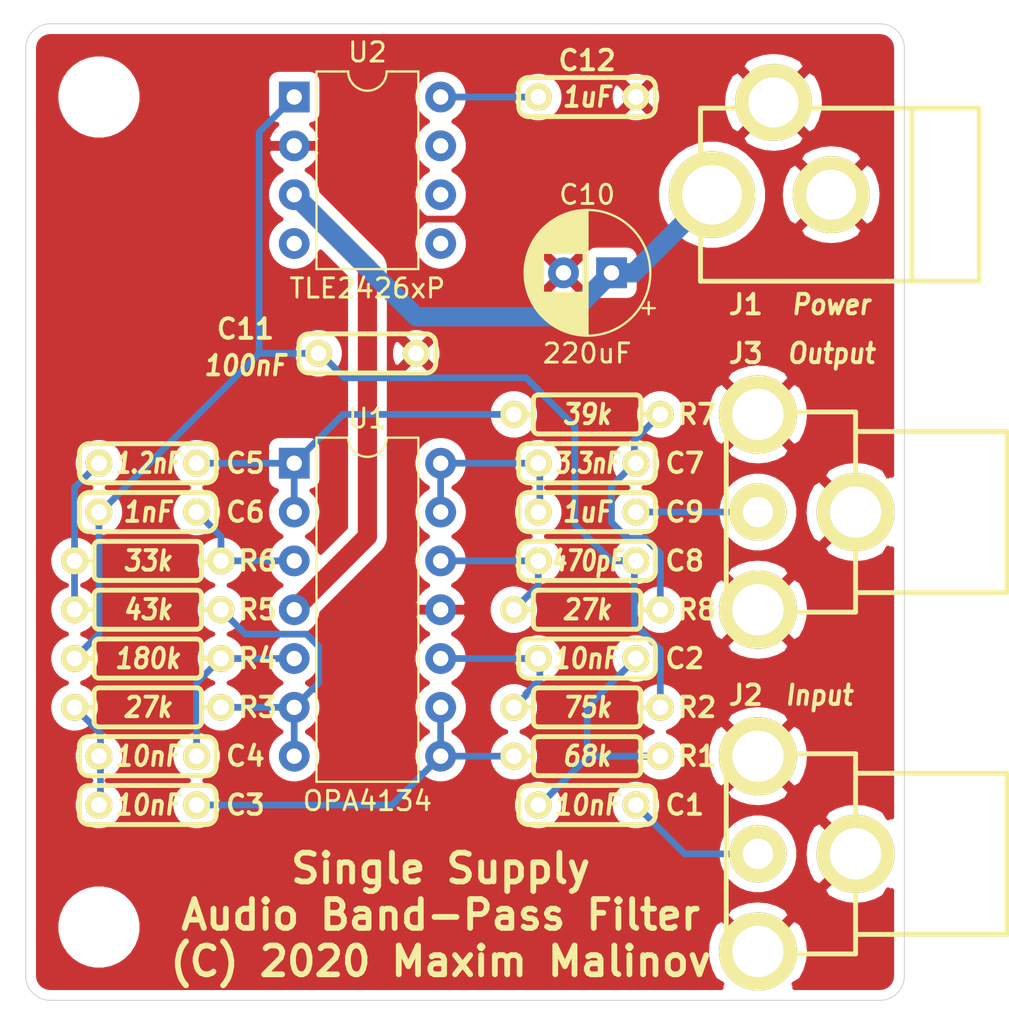
<source format=kicad_pcb>
(kicad_pcb (version 20171130) (host pcbnew "(5.1.7)-1")

  (general
    (thickness 1.6)
    (drawings 9)
    (tracks 109)
    (zones 0)
    (modules 27)
    (nets 23)
  )

  (page USLetter)
  (title_block
    (title "Single Supply Audio Band-Pass Filter")
    (date 5.10.20)
    (company "Maxim M.")
  )

  (layers
    (0 F.Cu signal)
    (31 B.Cu signal)
    (32 B.Adhes user)
    (33 F.Adhes user)
    (34 B.Paste user)
    (35 F.Paste user)
    (36 B.SilkS user)
    (37 F.SilkS user)
    (38 B.Mask user)
    (39 F.Mask user)
    (40 Dwgs.User user)
    (41 Cmts.User user)
    (42 Eco1.User user)
    (43 Eco2.User user)
    (44 Edge.Cuts user)
    (45 Margin user)
    (46 B.CrtYd user)
    (47 F.CrtYd user)
    (48 B.Fab user)
    (49 F.Fab user)
  )

  (setup
    (last_trace_width 0.35)
    (trace_clearance 0.2)
    (zone_clearance 0.508)
    (zone_45_only no)
    (trace_min 0.2)
    (via_size 0.8)
    (via_drill 0.4)
    (via_min_size 0.4)
    (via_min_drill 0.3)
    (uvia_size 0.3)
    (uvia_drill 0.1)
    (uvias_allowed no)
    (uvia_min_size 0.2)
    (uvia_min_drill 0.1)
    (edge_width 0.05)
    (segment_width 0.2)
    (pcb_text_width 0.3)
    (pcb_text_size 1.5 1.5)
    (mod_edge_width 0.12)
    (mod_text_size 1 1)
    (mod_text_width 0.15)
    (pad_size 1.524 1.524)
    (pad_drill 0.762)
    (pad_to_mask_clearance 0)
    (aux_axis_origin 0 0)
    (visible_elements FFFFFF7F)
    (pcbplotparams
      (layerselection 0x010fc_ffffffff)
      (usegerberextensions false)
      (usegerberattributes true)
      (usegerberadvancedattributes true)
      (creategerberjobfile true)
      (excludeedgelayer true)
      (linewidth 0.100000)
      (plotframeref false)
      (viasonmask false)
      (mode 1)
      (useauxorigin false)
      (hpglpennumber 1)
      (hpglpenspeed 20)
      (hpglpendiameter 15.000000)
      (psnegative false)
      (psa4output false)
      (plotreference true)
      (plotvalue true)
      (plotinvisibletext false)
      (padsonsilk false)
      (subtractmaskfromsilk false)
      (outputformat 1)
      (mirror false)
      (drillshape 0)
      (scaleselection 1)
      (outputdirectory "gerber"))
  )

  (net 0 "")
  (net 1 "Net-(C1-Pad2)")
  (net 2 "Net-(C1-Pad1)")
  (net 3 "Net-(C2-Pad1)")
  (net 4 "Net-(C3-Pad1)")
  (net 5 "Net-(C3-Pad2)")
  (net 6 "Net-(C4-Pad1)")
  (net 7 "Net-(C5-Pad2)")
  (net 8 "Net-(C5-Pad1)")
  (net 9 VDD)
  (net 10 "Net-(C6-Pad2)")
  (net 11 "Net-(C7-Pad1)")
  (net 12 "Net-(C7-Pad2)")
  (net 13 "Net-(C8-Pad2)")
  (net 14 "Net-(C9-Pad2)")
  (net 15 VCC)
  (net 16 GND)
  (net 17 "Net-(C12-Pad1)")
  (net 18 "Net-(R3-Pad1)")
  (net 19 "Net-(U2-Pad5)")
  (net 20 "Net-(U2-Pad6)")
  (net 21 "Net-(U2-Pad7)")
  (net 22 "Net-(U2-Pad4)")

  (net_class Default "This is the default net class."
    (clearance 0.2)
    (trace_width 0.35)
    (via_dia 0.8)
    (via_drill 0.4)
    (uvia_dia 0.3)
    (uvia_drill 0.1)
    (add_net GND)
    (add_net "Net-(C1-Pad1)")
    (add_net "Net-(C1-Pad2)")
    (add_net "Net-(C12-Pad1)")
    (add_net "Net-(C2-Pad1)")
    (add_net "Net-(C3-Pad1)")
    (add_net "Net-(C3-Pad2)")
    (add_net "Net-(C4-Pad1)")
    (add_net "Net-(C5-Pad1)")
    (add_net "Net-(C5-Pad2)")
    (add_net "Net-(C6-Pad2)")
    (add_net "Net-(C7-Pad1)")
    (add_net "Net-(C7-Pad2)")
    (add_net "Net-(C8-Pad2)")
    (add_net "Net-(C9-Pad2)")
    (add_net "Net-(R3-Pad1)")
    (add_net "Net-(U2-Pad4)")
    (add_net "Net-(U2-Pad5)")
    (add_net "Net-(U2-Pad6)")
    (add_net "Net-(U2-Pad7)")
    (add_net VDD)
  )

  (net_class Power ""
    (clearance 0.2)
    (trace_width 1)
    (via_dia 0.8)
    (via_drill 0.4)
    (uvia_dia 0.3)
    (uvia_drill 0.1)
    (add_net VCC)
  )

  (module Capacitor_THT:CP_Radial_D6.3mm_P2.50mm (layer F.Cu) (tedit 5AE50EF0) (tstamp 5FA4483C)
    (at 149.86 89.154 180)
    (descr "CP, Radial series, Radial, pin pitch=2.50mm, , diameter=6.3mm, Electrolytic Capacitor")
    (tags "CP Radial series Radial pin pitch 2.50mm  diameter 6.3mm Electrolytic Capacitor")
    (path /5FBA1A55)
    (fp_text reference C10 (at 1.27 4.064) (layer F.SilkS)
      (effects (font (size 1 1) (thickness 0.15)))
    )
    (fp_text value 220uF (at 1.27 -4.191) (layer F.SilkS)
      (effects (font (size 1 1) (thickness 0.15)))
    )
    (fp_line (start -1.935241 -2.154) (end -1.935241 -1.524) (layer F.SilkS) (width 0.12))
    (fp_line (start -2.250241 -1.839) (end -1.620241 -1.839) (layer F.SilkS) (width 0.12))
    (fp_line (start 4.491 -0.402) (end 4.491 0.402) (layer F.SilkS) (width 0.12))
    (fp_line (start 4.451 -0.633) (end 4.451 0.633) (layer F.SilkS) (width 0.12))
    (fp_line (start 4.411 -0.802) (end 4.411 0.802) (layer F.SilkS) (width 0.12))
    (fp_line (start 4.371 -0.94) (end 4.371 0.94) (layer F.SilkS) (width 0.12))
    (fp_line (start 4.331 -1.059) (end 4.331 1.059) (layer F.SilkS) (width 0.12))
    (fp_line (start 4.291 -1.165) (end 4.291 1.165) (layer F.SilkS) (width 0.12))
    (fp_line (start 4.251 -1.262) (end 4.251 1.262) (layer F.SilkS) (width 0.12))
    (fp_line (start 4.211 -1.35) (end 4.211 1.35) (layer F.SilkS) (width 0.12))
    (fp_line (start 4.171 -1.432) (end 4.171 1.432) (layer F.SilkS) (width 0.12))
    (fp_line (start 4.131 -1.509) (end 4.131 1.509) (layer F.SilkS) (width 0.12))
    (fp_line (start 4.091 -1.581) (end 4.091 1.581) (layer F.SilkS) (width 0.12))
    (fp_line (start 4.051 -1.65) (end 4.051 1.65) (layer F.SilkS) (width 0.12))
    (fp_line (start 4.011 -1.714) (end 4.011 1.714) (layer F.SilkS) (width 0.12))
    (fp_line (start 3.971 -1.776) (end 3.971 1.776) (layer F.SilkS) (width 0.12))
    (fp_line (start 3.931 -1.834) (end 3.931 1.834) (layer F.SilkS) (width 0.12))
    (fp_line (start 3.891 -1.89) (end 3.891 1.89) (layer F.SilkS) (width 0.12))
    (fp_line (start 3.851 -1.944) (end 3.851 1.944) (layer F.SilkS) (width 0.12))
    (fp_line (start 3.811 -1.995) (end 3.811 1.995) (layer F.SilkS) (width 0.12))
    (fp_line (start 3.771 -2.044) (end 3.771 2.044) (layer F.SilkS) (width 0.12))
    (fp_line (start 3.731 -2.092) (end 3.731 2.092) (layer F.SilkS) (width 0.12))
    (fp_line (start 3.691 -2.137) (end 3.691 2.137) (layer F.SilkS) (width 0.12))
    (fp_line (start 3.651 -2.182) (end 3.651 2.182) (layer F.SilkS) (width 0.12))
    (fp_line (start 3.611 -2.224) (end 3.611 2.224) (layer F.SilkS) (width 0.12))
    (fp_line (start 3.571 -2.265) (end 3.571 2.265) (layer F.SilkS) (width 0.12))
    (fp_line (start 3.531 1.04) (end 3.531 2.305) (layer F.SilkS) (width 0.12))
    (fp_line (start 3.531 -2.305) (end 3.531 -1.04) (layer F.SilkS) (width 0.12))
    (fp_line (start 3.491 1.04) (end 3.491 2.343) (layer F.SilkS) (width 0.12))
    (fp_line (start 3.491 -2.343) (end 3.491 -1.04) (layer F.SilkS) (width 0.12))
    (fp_line (start 3.451 1.04) (end 3.451 2.38) (layer F.SilkS) (width 0.12))
    (fp_line (start 3.451 -2.38) (end 3.451 -1.04) (layer F.SilkS) (width 0.12))
    (fp_line (start 3.411 1.04) (end 3.411 2.416) (layer F.SilkS) (width 0.12))
    (fp_line (start 3.411 -2.416) (end 3.411 -1.04) (layer F.SilkS) (width 0.12))
    (fp_line (start 3.371 1.04) (end 3.371 2.45) (layer F.SilkS) (width 0.12))
    (fp_line (start 3.371 -2.45) (end 3.371 -1.04) (layer F.SilkS) (width 0.12))
    (fp_line (start 3.331 1.04) (end 3.331 2.484) (layer F.SilkS) (width 0.12))
    (fp_line (start 3.331 -2.484) (end 3.331 -1.04) (layer F.SilkS) (width 0.12))
    (fp_line (start 3.291 1.04) (end 3.291 2.516) (layer F.SilkS) (width 0.12))
    (fp_line (start 3.291 -2.516) (end 3.291 -1.04) (layer F.SilkS) (width 0.12))
    (fp_line (start 3.251 1.04) (end 3.251 2.548) (layer F.SilkS) (width 0.12))
    (fp_line (start 3.251 -2.548) (end 3.251 -1.04) (layer F.SilkS) (width 0.12))
    (fp_line (start 3.211 1.04) (end 3.211 2.578) (layer F.SilkS) (width 0.12))
    (fp_line (start 3.211 -2.578) (end 3.211 -1.04) (layer F.SilkS) (width 0.12))
    (fp_line (start 3.171 1.04) (end 3.171 2.607) (layer F.SilkS) (width 0.12))
    (fp_line (start 3.171 -2.607) (end 3.171 -1.04) (layer F.SilkS) (width 0.12))
    (fp_line (start 3.131 1.04) (end 3.131 2.636) (layer F.SilkS) (width 0.12))
    (fp_line (start 3.131 -2.636) (end 3.131 -1.04) (layer F.SilkS) (width 0.12))
    (fp_line (start 3.091 1.04) (end 3.091 2.664) (layer F.SilkS) (width 0.12))
    (fp_line (start 3.091 -2.664) (end 3.091 -1.04) (layer F.SilkS) (width 0.12))
    (fp_line (start 3.051 1.04) (end 3.051 2.69) (layer F.SilkS) (width 0.12))
    (fp_line (start 3.051 -2.69) (end 3.051 -1.04) (layer F.SilkS) (width 0.12))
    (fp_line (start 3.011 1.04) (end 3.011 2.716) (layer F.SilkS) (width 0.12))
    (fp_line (start 3.011 -2.716) (end 3.011 -1.04) (layer F.SilkS) (width 0.12))
    (fp_line (start 2.971 1.04) (end 2.971 2.742) (layer F.SilkS) (width 0.12))
    (fp_line (start 2.971 -2.742) (end 2.971 -1.04) (layer F.SilkS) (width 0.12))
    (fp_line (start 2.931 1.04) (end 2.931 2.766) (layer F.SilkS) (width 0.12))
    (fp_line (start 2.931 -2.766) (end 2.931 -1.04) (layer F.SilkS) (width 0.12))
    (fp_line (start 2.891 1.04) (end 2.891 2.79) (layer F.SilkS) (width 0.12))
    (fp_line (start 2.891 -2.79) (end 2.891 -1.04) (layer F.SilkS) (width 0.12))
    (fp_line (start 2.851 1.04) (end 2.851 2.812) (layer F.SilkS) (width 0.12))
    (fp_line (start 2.851 -2.812) (end 2.851 -1.04) (layer F.SilkS) (width 0.12))
    (fp_line (start 2.811 1.04) (end 2.811 2.834) (layer F.SilkS) (width 0.12))
    (fp_line (start 2.811 -2.834) (end 2.811 -1.04) (layer F.SilkS) (width 0.12))
    (fp_line (start 2.771 1.04) (end 2.771 2.856) (layer F.SilkS) (width 0.12))
    (fp_line (start 2.771 -2.856) (end 2.771 -1.04) (layer F.SilkS) (width 0.12))
    (fp_line (start 2.731 1.04) (end 2.731 2.876) (layer F.SilkS) (width 0.12))
    (fp_line (start 2.731 -2.876) (end 2.731 -1.04) (layer F.SilkS) (width 0.12))
    (fp_line (start 2.691 1.04) (end 2.691 2.896) (layer F.SilkS) (width 0.12))
    (fp_line (start 2.691 -2.896) (end 2.691 -1.04) (layer F.SilkS) (width 0.12))
    (fp_line (start 2.651 1.04) (end 2.651 2.916) (layer F.SilkS) (width 0.12))
    (fp_line (start 2.651 -2.916) (end 2.651 -1.04) (layer F.SilkS) (width 0.12))
    (fp_line (start 2.611 1.04) (end 2.611 2.934) (layer F.SilkS) (width 0.12))
    (fp_line (start 2.611 -2.934) (end 2.611 -1.04) (layer F.SilkS) (width 0.12))
    (fp_line (start 2.571 1.04) (end 2.571 2.952) (layer F.SilkS) (width 0.12))
    (fp_line (start 2.571 -2.952) (end 2.571 -1.04) (layer F.SilkS) (width 0.12))
    (fp_line (start 2.531 1.04) (end 2.531 2.97) (layer F.SilkS) (width 0.12))
    (fp_line (start 2.531 -2.97) (end 2.531 -1.04) (layer F.SilkS) (width 0.12))
    (fp_line (start 2.491 1.04) (end 2.491 2.986) (layer F.SilkS) (width 0.12))
    (fp_line (start 2.491 -2.986) (end 2.491 -1.04) (layer F.SilkS) (width 0.12))
    (fp_line (start 2.451 1.04) (end 2.451 3.002) (layer F.SilkS) (width 0.12))
    (fp_line (start 2.451 -3.002) (end 2.451 -1.04) (layer F.SilkS) (width 0.12))
    (fp_line (start 2.411 1.04) (end 2.411 3.018) (layer F.SilkS) (width 0.12))
    (fp_line (start 2.411 -3.018) (end 2.411 -1.04) (layer F.SilkS) (width 0.12))
    (fp_line (start 2.371 1.04) (end 2.371 3.033) (layer F.SilkS) (width 0.12))
    (fp_line (start 2.371 -3.033) (end 2.371 -1.04) (layer F.SilkS) (width 0.12))
    (fp_line (start 2.331 1.04) (end 2.331 3.047) (layer F.SilkS) (width 0.12))
    (fp_line (start 2.331 -3.047) (end 2.331 -1.04) (layer F.SilkS) (width 0.12))
    (fp_line (start 2.291 1.04) (end 2.291 3.061) (layer F.SilkS) (width 0.12))
    (fp_line (start 2.291 -3.061) (end 2.291 -1.04) (layer F.SilkS) (width 0.12))
    (fp_line (start 2.251 1.04) (end 2.251 3.074) (layer F.SilkS) (width 0.12))
    (fp_line (start 2.251 -3.074) (end 2.251 -1.04) (layer F.SilkS) (width 0.12))
    (fp_line (start 2.211 1.04) (end 2.211 3.086) (layer F.SilkS) (width 0.12))
    (fp_line (start 2.211 -3.086) (end 2.211 -1.04) (layer F.SilkS) (width 0.12))
    (fp_line (start 2.171 1.04) (end 2.171 3.098) (layer F.SilkS) (width 0.12))
    (fp_line (start 2.171 -3.098) (end 2.171 -1.04) (layer F.SilkS) (width 0.12))
    (fp_line (start 2.131 1.04) (end 2.131 3.11) (layer F.SilkS) (width 0.12))
    (fp_line (start 2.131 -3.11) (end 2.131 -1.04) (layer F.SilkS) (width 0.12))
    (fp_line (start 2.091 1.04) (end 2.091 3.121) (layer F.SilkS) (width 0.12))
    (fp_line (start 2.091 -3.121) (end 2.091 -1.04) (layer F.SilkS) (width 0.12))
    (fp_line (start 2.051 1.04) (end 2.051 3.131) (layer F.SilkS) (width 0.12))
    (fp_line (start 2.051 -3.131) (end 2.051 -1.04) (layer F.SilkS) (width 0.12))
    (fp_line (start 2.011 1.04) (end 2.011 3.141) (layer F.SilkS) (width 0.12))
    (fp_line (start 2.011 -3.141) (end 2.011 -1.04) (layer F.SilkS) (width 0.12))
    (fp_line (start 1.971 1.04) (end 1.971 3.15) (layer F.SilkS) (width 0.12))
    (fp_line (start 1.971 -3.15) (end 1.971 -1.04) (layer F.SilkS) (width 0.12))
    (fp_line (start 1.93 1.04) (end 1.93 3.159) (layer F.SilkS) (width 0.12))
    (fp_line (start 1.93 -3.159) (end 1.93 -1.04) (layer F.SilkS) (width 0.12))
    (fp_line (start 1.89 1.04) (end 1.89 3.167) (layer F.SilkS) (width 0.12))
    (fp_line (start 1.89 -3.167) (end 1.89 -1.04) (layer F.SilkS) (width 0.12))
    (fp_line (start 1.85 1.04) (end 1.85 3.175) (layer F.SilkS) (width 0.12))
    (fp_line (start 1.85 -3.175) (end 1.85 -1.04) (layer F.SilkS) (width 0.12))
    (fp_line (start 1.81 1.04) (end 1.81 3.182) (layer F.SilkS) (width 0.12))
    (fp_line (start 1.81 -3.182) (end 1.81 -1.04) (layer F.SilkS) (width 0.12))
    (fp_line (start 1.77 1.04) (end 1.77 3.189) (layer F.SilkS) (width 0.12))
    (fp_line (start 1.77 -3.189) (end 1.77 -1.04) (layer F.SilkS) (width 0.12))
    (fp_line (start 1.73 1.04) (end 1.73 3.195) (layer F.SilkS) (width 0.12))
    (fp_line (start 1.73 -3.195) (end 1.73 -1.04) (layer F.SilkS) (width 0.12))
    (fp_line (start 1.69 1.04) (end 1.69 3.201) (layer F.SilkS) (width 0.12))
    (fp_line (start 1.69 -3.201) (end 1.69 -1.04) (layer F.SilkS) (width 0.12))
    (fp_line (start 1.65 1.04) (end 1.65 3.206) (layer F.SilkS) (width 0.12))
    (fp_line (start 1.65 -3.206) (end 1.65 -1.04) (layer F.SilkS) (width 0.12))
    (fp_line (start 1.61 1.04) (end 1.61 3.211) (layer F.SilkS) (width 0.12))
    (fp_line (start 1.61 -3.211) (end 1.61 -1.04) (layer F.SilkS) (width 0.12))
    (fp_line (start 1.57 1.04) (end 1.57 3.215) (layer F.SilkS) (width 0.12))
    (fp_line (start 1.57 -3.215) (end 1.57 -1.04) (layer F.SilkS) (width 0.12))
    (fp_line (start 1.53 1.04) (end 1.53 3.218) (layer F.SilkS) (width 0.12))
    (fp_line (start 1.53 -3.218) (end 1.53 -1.04) (layer F.SilkS) (width 0.12))
    (fp_line (start 1.49 1.04) (end 1.49 3.222) (layer F.SilkS) (width 0.12))
    (fp_line (start 1.49 -3.222) (end 1.49 -1.04) (layer F.SilkS) (width 0.12))
    (fp_line (start 1.45 -3.224) (end 1.45 3.224) (layer F.SilkS) (width 0.12))
    (fp_line (start 1.41 -3.227) (end 1.41 3.227) (layer F.SilkS) (width 0.12))
    (fp_line (start 1.37 -3.228) (end 1.37 3.228) (layer F.SilkS) (width 0.12))
    (fp_line (start 1.33 -3.23) (end 1.33 3.23) (layer F.SilkS) (width 0.12))
    (fp_line (start 1.29 -3.23) (end 1.29 3.23) (layer F.SilkS) (width 0.12))
    (fp_line (start 1.25 -3.23) (end 1.25 3.23) (layer F.SilkS) (width 0.12))
    (fp_line (start -1.128972 -1.6885) (end -1.128972 -1.0585) (layer F.Fab) (width 0.1))
    (fp_line (start -1.443972 -1.3735) (end -0.813972 -1.3735) (layer F.Fab) (width 0.1))
    (fp_circle (center 1.25 0) (end 4.65 0) (layer F.CrtYd) (width 0.05))
    (fp_circle (center 1.25 0) (end 4.52 0) (layer F.SilkS) (width 0.12))
    (fp_circle (center 1.25 0) (end 4.4 0) (layer F.Fab) (width 0.1))
    (fp_text user %R (at 1.25 0) (layer F.Fab)
      (effects (font (size 1 1) (thickness 0.15)))
    )
    (pad 1 thru_hole rect (at 0 0 180) (size 1.6 1.6) (drill 0.8) (layers *.Cu *.Mask)
      (net 15 VCC))
    (pad 2 thru_hole circle (at 2.5 0 180) (size 1.6 1.6) (drill 0.8) (layers *.Cu *.Mask)
      (net 16 GND))
    (model ${KISYS3DMOD}/Capacitor_THT.3dshapes/CP_Radial_D6.3mm_P2.50mm.wrl
      (at (xyz 0 0 0))
      (scale (xyz 1 1 1))
      (rotate (xyz 0 0 0))
    )
  )

  (module My_Components:Conn_Power_Jack_Circular_Pads (layer F.Cu) (tedit 54E972BC) (tstamp 5FA44872)
    (at 161.29 85.09 180)
    (descr "Connector, Power Jack")
    (tags "CONN POWER JACK")
    (path /5FC99792)
    (fp_text reference J1 (at 4.445 -5.715) (layer F.SilkS)
      (effects (font (size 1.016 1.016) (thickness 0.2032)))
    )
    (fp_text value Power (at 0 -5.715) (layer F.SilkS)
      (effects (font (size 1.016 0.9144) (thickness 0.2032) italic))
    )
    (fp_line (start -7.69874 4.50088) (end -7.69874 -4.50088) (layer F.SilkS) (width 0.254))
    (fp_line (start 6.79958 4.50088) (end -7.69874 4.50088) (layer F.SilkS) (width 0.254))
    (fp_line (start 6.79958 -4.50088) (end 6.79958 4.50088) (layer F.SilkS) (width 0.254))
    (fp_line (start -7.69874 -4.50088) (end 6.79958 -4.50088) (layer F.SilkS) (width 0.254))
    (fp_line (start -4.20116 -4.50088) (end -4.20116 4.50088) (layer F.SilkS) (width 0.254))
    (pad 2 thru_hole circle (at 0 0 180) (size 4 4) (drill 2.6) (layers *.Cu *.Mask F.SilkS)
      (net 16 GND))
    (pad 1 thru_hole circle (at 6.20014 0 180) (size 4.5 4.5) (drill 3.1) (layers *.Cu *.Mask F.SilkS)
      (net 15 VCC))
    (pad 3 thru_hole circle (at 2.99974 4.8006 180) (size 4 4) (drill 2.6) (layers *.Cu *.Mask F.SilkS)
      (net 16 GND))
    (model connectors/POWER_21.wrl
      (at (xyz 0 0 0))
      (scale (xyz 0.8 0.8 0.8))
      (rotate (xyz 0 0 0))
    )
  )

  (module My_Components:Conn_RCA_Right (layer F.Cu) (tedit 5C181439) (tstamp 5FA44881)
    (at 162.56 119.38 180)
    (descr "Connector, RCA, Right Angle")
    (tags "CONN POWER JACK")
    (path /5FA68B93)
    (fp_text reference J2 (at 5.715 8.255) (layer F.SilkS)
      (effects (font (size 1.016 1.016) (thickness 0.2032)))
    )
    (fp_text value Input (at 1.905 8.255) (layer F.SilkS)
      (effects (font (size 1.016 0.9144) (thickness 0.2032) italic))
    )
    (fp_line (start 0 -5.207) (end 0 5.207) (layer F.SilkS) (width 0.254))
    (fp_line (start 6.731 5.207) (end 0 5.207) (layer F.SilkS) (width 0.254))
    (fp_line (start 6.731 -5.207) (end 6.731 5.207) (layer F.SilkS) (width 0.254))
    (fp_line (start 0 -5.207) (end 6.731 -5.207) (layer F.SilkS) (width 0.254))
    (fp_line (start -7.874 4.191) (end 0 4.191) (layer F.SilkS) (width 0.254))
    (fp_line (start -7.874 -4.191) (end -7.874 4.191) (layer F.SilkS) (width 0.254))
    (fp_line (start 0 -4.191) (end -7.874 -4.191) (layer F.SilkS) (width 0.254))
    (pad 2 thru_hole circle (at 0 0 180) (size 4.064 4.064) (drill 2.667) (layers *.Cu *.Mask F.SilkS)
      (net 16 GND))
    (pad 2 thru_hole circle (at 5.08 -5.08 180) (size 4.064 4.064) (drill 2.667) (layers *.Cu *.Mask F.SilkS)
      (net 16 GND))
    (pad 2 thru_hole circle (at 5.08 5.08 180) (size 4.064 4.064) (drill 2.667) (layers *.Cu *.Mask F.SilkS)
      (net 16 GND))
    (pad 1 thru_hole circle (at 5.08 0 180) (size 2.9718 2.9718) (drill 1.5748) (layers *.Cu *.Mask F.SilkS)
      (net 1 "Net-(C1-Pad2)"))
    (model connectors/POWER_21.wrl
      (at (xyz 0 0 0))
      (scale (xyz 0.8 0.8 0.8))
      (rotate (xyz 0 0 0))
    )
  )

  (module My_Components:Conn_RCA_Right (layer F.Cu) (tedit 5C181439) (tstamp 5FA44890)
    (at 162.56 101.6 180)
    (descr "Connector, RCA, Right Angle")
    (tags "CONN POWER JACK")
    (path /5FA69487)
    (fp_text reference J3 (at 5.715 8.255) (layer F.SilkS)
      (effects (font (size 1.016 1.016) (thickness 0.2032)))
    )
    (fp_text value Output (at 1.27 8.255) (layer F.SilkS)
      (effects (font (size 1.016 0.9144) (thickness 0.2032) italic))
    )
    (fp_line (start 0 -4.191) (end -7.874 -4.191) (layer F.SilkS) (width 0.254))
    (fp_line (start -7.874 -4.191) (end -7.874 4.191) (layer F.SilkS) (width 0.254))
    (fp_line (start -7.874 4.191) (end 0 4.191) (layer F.SilkS) (width 0.254))
    (fp_line (start 0 -5.207) (end 6.731 -5.207) (layer F.SilkS) (width 0.254))
    (fp_line (start 6.731 -5.207) (end 6.731 5.207) (layer F.SilkS) (width 0.254))
    (fp_line (start 6.731 5.207) (end 0 5.207) (layer F.SilkS) (width 0.254))
    (fp_line (start 0 -5.207) (end 0 5.207) (layer F.SilkS) (width 0.254))
    (pad 1 thru_hole circle (at 5.08 0 180) (size 2.9718 2.9718) (drill 1.5748) (layers *.Cu *.Mask F.SilkS)
      (net 14 "Net-(C9-Pad2)"))
    (pad 2 thru_hole circle (at 5.08 5.08 180) (size 4.064 4.064) (drill 2.667) (layers *.Cu *.Mask F.SilkS)
      (net 16 GND))
    (pad 2 thru_hole circle (at 5.08 -5.08 180) (size 4.064 4.064) (drill 2.667) (layers *.Cu *.Mask F.SilkS)
      (net 16 GND))
    (pad 2 thru_hole circle (at 0 0 180) (size 4.064 4.064) (drill 2.667) (layers *.Cu *.Mask F.SilkS)
      (net 16 GND))
    (model connectors/POWER_21.wrl
      (at (xyz 0 0 0))
      (scale (xyz 0.8 0.8 0.8))
      (rotate (xyz 0 0 0))
    )
  )

  (module Package_DIP:DIP-14_W7.62mm (layer F.Cu) (tedit 5A02E8C5) (tstamp 5FA46B3A)
    (at 133.35 99.06)
    (descr "14-lead though-hole mounted DIP package, row spacing 7.62 mm (300 mils)")
    (tags "THT DIP DIL PDIP 2.54mm 7.62mm 300mil")
    (path /5FA7CF53)
    (fp_text reference U1 (at 3.81 -2.33) (layer F.SilkS)
      (effects (font (size 1 1) (thickness 0.15)))
    )
    (fp_text value OPA4134 (at 3.81 17.57) (layer F.SilkS)
      (effects (font (size 1 1) (thickness 0.15)))
    )
    (fp_line (start 8.7 -1.55) (end -1.1 -1.55) (layer F.CrtYd) (width 0.05))
    (fp_line (start 8.7 16.8) (end 8.7 -1.55) (layer F.CrtYd) (width 0.05))
    (fp_line (start -1.1 16.8) (end 8.7 16.8) (layer F.CrtYd) (width 0.05))
    (fp_line (start -1.1 -1.55) (end -1.1 16.8) (layer F.CrtYd) (width 0.05))
    (fp_line (start 6.46 -1.33) (end 4.81 -1.33) (layer F.SilkS) (width 0.12))
    (fp_line (start 6.46 16.57) (end 6.46 -1.33) (layer F.SilkS) (width 0.12))
    (fp_line (start 1.16 16.57) (end 6.46 16.57) (layer F.SilkS) (width 0.12))
    (fp_line (start 1.16 -1.33) (end 1.16 16.57) (layer F.SilkS) (width 0.12))
    (fp_line (start 2.81 -1.33) (end 1.16 -1.33) (layer F.SilkS) (width 0.12))
    (fp_line (start 0.635 -0.27) (end 1.635 -1.27) (layer F.Fab) (width 0.1))
    (fp_line (start 0.635 16.51) (end 0.635 -0.27) (layer F.Fab) (width 0.1))
    (fp_line (start 6.985 16.51) (end 0.635 16.51) (layer F.Fab) (width 0.1))
    (fp_line (start 6.985 -1.27) (end 6.985 16.51) (layer F.Fab) (width 0.1))
    (fp_line (start 1.635 -1.27) (end 6.985 -1.27) (layer F.Fab) (width 0.1))
    (fp_arc (start 3.81 -1.33) (end 2.81 -1.33) (angle -180) (layer F.SilkS) (width 0.12))
    (fp_text user %R (at 3.81 7.62) (layer F.Fab)
      (effects (font (size 1 1) (thickness 0.15)))
    )
    (pad 1 thru_hole rect (at 0 0) (size 1.6 1.6) (drill 0.8) (layers *.Cu *.Mask)
      (net 8 "Net-(C5-Pad1)"))
    (pad 8 thru_hole oval (at 7.62 15.24) (size 1.6 1.6) (drill 0.8) (layers *.Cu *.Mask)
      (net 4 "Net-(C3-Pad1)"))
    (pad 2 thru_hole oval (at 0 2.54) (size 1.6 1.6) (drill 0.8) (layers *.Cu *.Mask)
      (net 8 "Net-(C5-Pad1)"))
    (pad 9 thru_hole oval (at 7.62 12.7) (size 1.6 1.6) (drill 0.8) (layers *.Cu *.Mask)
      (net 4 "Net-(C3-Pad1)"))
    (pad 3 thru_hole oval (at 0 5.08) (size 1.6 1.6) (drill 0.8) (layers *.Cu *.Mask)
      (net 10 "Net-(C6-Pad2)"))
    (pad 10 thru_hole oval (at 7.62 10.16) (size 1.6 1.6) (drill 0.8) (layers *.Cu *.Mask)
      (net 3 "Net-(C2-Pad1)"))
    (pad 4 thru_hole oval (at 0 7.62) (size 1.6 1.6) (drill 0.8) (layers *.Cu *.Mask)
      (net 15 VCC))
    (pad 11 thru_hole oval (at 7.62 7.62) (size 1.6 1.6) (drill 0.8) (layers *.Cu *.Mask)
      (net 16 GND))
    (pad 5 thru_hole oval (at 0 10.16) (size 1.6 1.6) (drill 0.8) (layers *.Cu *.Mask)
      (net 6 "Net-(C4-Pad1)"))
    (pad 12 thru_hole oval (at 7.62 5.08) (size 1.6 1.6) (drill 0.8) (layers *.Cu *.Mask)
      (net 13 "Net-(C8-Pad2)"))
    (pad 6 thru_hole oval (at 0 12.7) (size 1.6 1.6) (drill 0.8) (layers *.Cu *.Mask)
      (net 18 "Net-(R3-Pad1)"))
    (pad 13 thru_hole oval (at 7.62 2.54) (size 1.6 1.6) (drill 0.8) (layers *.Cu *.Mask)
      (net 11 "Net-(C7-Pad1)"))
    (pad 7 thru_hole oval (at 0 15.24) (size 1.6 1.6) (drill 0.8) (layers *.Cu *.Mask)
      (net 18 "Net-(R3-Pad1)"))
    (pad 14 thru_hole oval (at 7.62 0) (size 1.6 1.6) (drill 0.8) (layers *.Cu *.Mask)
      (net 11 "Net-(C7-Pad1)"))
    (model ${KISYS3DMOD}/Package_DIP.3dshapes/DIP-14_W7.62mm.wrl
      (at (xyz 0 0 0))
      (scale (xyz 1 1 1))
      (rotate (xyz 0 0 0))
    )
  )

  (module Package_DIP:DIP-8_W7.62mm (layer F.Cu) (tedit 5A02E8C5) (tstamp 5FA45EBE)
    (at 133.35 80.01)
    (descr "8-lead though-hole mounted DIP package, row spacing 7.62 mm (300 mils)")
    (tags "THT DIP DIL PDIP 2.54mm 7.62mm 300mil")
    (path /5FBC63D2)
    (fp_text reference U2 (at 3.81 -2.33) (layer F.SilkS)
      (effects (font (size 1 1) (thickness 0.15)))
    )
    (fp_text value TLE2426xP (at 3.81 9.95) (layer F.SilkS)
      (effects (font (size 1 1) (thickness 0.15)))
    )
    (fp_line (start 8.7 -1.55) (end -1.1 -1.55) (layer F.CrtYd) (width 0.05))
    (fp_line (start 8.7 9.15) (end 8.7 -1.55) (layer F.CrtYd) (width 0.05))
    (fp_line (start -1.1 9.15) (end 8.7 9.15) (layer F.CrtYd) (width 0.05))
    (fp_line (start -1.1 -1.55) (end -1.1 9.15) (layer F.CrtYd) (width 0.05))
    (fp_line (start 6.46 -1.33) (end 4.81 -1.33) (layer F.SilkS) (width 0.12))
    (fp_line (start 6.46 8.95) (end 6.46 -1.33) (layer F.SilkS) (width 0.12))
    (fp_line (start 1.16 8.95) (end 6.46 8.95) (layer F.SilkS) (width 0.12))
    (fp_line (start 1.16 -1.33) (end 1.16 8.95) (layer F.SilkS) (width 0.12))
    (fp_line (start 2.81 -1.33) (end 1.16 -1.33) (layer F.SilkS) (width 0.12))
    (fp_line (start 0.635 -0.27) (end 1.635 -1.27) (layer F.Fab) (width 0.1))
    (fp_line (start 0.635 8.89) (end 0.635 -0.27) (layer F.Fab) (width 0.1))
    (fp_line (start 6.985 8.89) (end 0.635 8.89) (layer F.Fab) (width 0.1))
    (fp_line (start 6.985 -1.27) (end 6.985 8.89) (layer F.Fab) (width 0.1))
    (fp_line (start 1.635 -1.27) (end 6.985 -1.27) (layer F.Fab) (width 0.1))
    (fp_arc (start 3.81 -1.33) (end 2.81 -1.33) (angle -180) (layer F.SilkS) (width 0.12))
    (fp_text user %R (at 3.81 3.81) (layer F.Fab)
      (effects (font (size 1 1) (thickness 0.15)))
    )
    (pad 1 thru_hole rect (at 0 0) (size 1.6 1.6) (drill 0.8) (layers *.Cu *.Mask)
      (net 9 VDD))
    (pad 5 thru_hole oval (at 7.62 7.62) (size 1.6 1.6) (drill 0.8) (layers *.Cu *.Mask)
      (net 19 "Net-(U2-Pad5)"))
    (pad 2 thru_hole oval (at 0 2.54) (size 1.6 1.6) (drill 0.8) (layers *.Cu *.Mask)
      (net 16 GND))
    (pad 6 thru_hole oval (at 7.62 5.08) (size 1.6 1.6) (drill 0.8) (layers *.Cu *.Mask)
      (net 20 "Net-(U2-Pad6)"))
    (pad 3 thru_hole oval (at 0 5.08) (size 1.6 1.6) (drill 0.8) (layers *.Cu *.Mask)
      (net 15 VCC))
    (pad 7 thru_hole oval (at 7.62 2.54) (size 1.6 1.6) (drill 0.8) (layers *.Cu *.Mask)
      (net 21 "Net-(U2-Pad7)"))
    (pad 4 thru_hole oval (at 0 7.62) (size 1.6 1.6) (drill 0.8) (layers *.Cu *.Mask)
      (net 22 "Net-(U2-Pad4)"))
    (pad 8 thru_hole oval (at 7.62 0) (size 1.6 1.6) (drill 0.8) (layers *.Cu *.Mask)
      (net 17 "Net-(C12-Pad1)"))
    (model ${KISYS3DMOD}/Package_DIP.3dshapes/DIP-8_W7.62mm.wrl
      (at (xyz 0 0 0))
      (scale (xyz 1 1 1))
      (rotate (xyz 0 0 0))
    )
  )

  (module MountingHole:MountingHole_3.2mm_M3 (layer F.Cu) (tedit 56D1B4CB) (tstamp 5FA47EC0)
    (at 123.19 80.01)
    (descr "Mounting Hole 3.2mm, no annular, M3")
    (tags "mounting hole 3.2mm no annular m3")
    (path /5FC1E7D8)
    (attr virtual)
    (fp_text reference H1 (at 0 -4.2) (layer F.Fab)
      (effects (font (size 1 1) (thickness 0.15)))
    )
    (fp_text value MountingHole (at 0 4.2) (layer F.Fab)
      (effects (font (size 1 1) (thickness 0.15)))
    )
    (fp_circle (center 0 0) (end 3.45 0) (layer F.CrtYd) (width 0.05))
    (fp_circle (center 0 0) (end 3.2 0) (layer Cmts.User) (width 0.15))
    (fp_text user %R (at 0.3 0) (layer F.Fab)
      (effects (font (size 1 1) (thickness 0.15)))
    )
    (pad 1 np_thru_hole circle (at 0 0) (size 3.2 3.2) (drill 3.2) (layers *.Cu *.Mask))
  )

  (module MountingHole:MountingHole_3.2mm_M3 (layer F.Cu) (tedit 56D1B4CB) (tstamp 5FA47EFD)
    (at 123.19 123.19)
    (descr "Mounting Hole 3.2mm, no annular, M3")
    (tags "mounting hole 3.2mm no annular m3")
    (path /5FC1FB3F)
    (attr virtual)
    (fp_text reference H2 (at 0 -4.2) (layer F.Fab)
      (effects (font (size 1 1) (thickness 0.15)))
    )
    (fp_text value MountingHole (at 0 4.2) (layer F.Fab)
      (effects (font (size 1 1) (thickness 0.15)))
    )
    (fp_text user %R (at 0.3 0) (layer F.Fab)
      (effects (font (size 1 1) (thickness 0.15)))
    )
    (fp_circle (center 0 0) (end 3.2 0) (layer Cmts.User) (width 0.15))
    (fp_circle (center 0 0) (end 3.45 0) (layer F.CrtYd) (width 0.05))
    (pad 1 np_thru_hole circle (at 0 0) (size 3.2 3.2) (drill 3.2) (layers *.Cu *.Mask))
  )

  (module My_Components:Cap_Cer_508 (layer F.Cu) (tedit 52978A41) (tstamp 5FA59B42)
    (at 148.59 116.84)
    (descr "Ceramic Capacitor, 5.08mm lead spacing")
    (tags Cap_Cer_508)
    (path /5FB95754)
    (fp_text reference C1 (at 5.08 0) (layer F.SilkS)
      (effects (font (size 1.016 1.016) (thickness 0.2032)))
    )
    (fp_text value 10nF (at 0 0) (layer F.SilkS)
      (effects (font (size 1.016 0.9144) (thickness 0.2032) italic))
    )
    (fp_line (start -3.556 0.508) (end -3.556 -0.508) (layer F.SilkS) (width 0.254))
    (fp_line (start -3.048 -1.016) (end 3.048 -1.016) (layer F.SilkS) (width 0.254))
    (fp_line (start -3.048 1.016) (end 3.048 1.016) (layer F.SilkS) (width 0.254))
    (fp_line (start 3.556 0.508) (end 3.556 -0.508) (layer F.SilkS) (width 0.254))
    (fp_arc (start 3.048 0.508) (end 3.556 0.508) (angle 90) (layer F.SilkS) (width 0.254))
    (fp_arc (start 3.048 -0.508) (end 3.048 -1.016) (angle 90) (layer F.SilkS) (width 0.254))
    (fp_arc (start -3.048 0.508) (end -3.048 1.016) (angle 90) (layer F.SilkS) (width 0.254))
    (fp_arc (start -3.048 -0.508) (end -3.556 -0.508) (angle 90) (layer F.SilkS) (width 0.254))
    (pad 1 thru_hole circle (at -2.54 0) (size 1.397 1.397) (drill 0.8128) (layers *.Cu *.Mask F.SilkS)
      (net 2 "Net-(C1-Pad1)"))
    (pad 2 thru_hole circle (at 2.54 0) (size 1.397 1.397) (drill 0.8128) (layers *.Cu *.Mask F.SilkS)
      (net 1 "Net-(C1-Pad2)"))
    (model discret/capa_2pas_5x5mm.wrl
      (at (xyz 0 0 0))
      (scale (xyz 1 1 1))
      (rotate (xyz 0 0 0))
    )
  )

  (module My_Components:Cap_Cer_508 (layer F.Cu) (tedit 52978A41) (tstamp 5FA59F2B)
    (at 148.59 109.22)
    (descr "Ceramic Capacitor, 5.08mm lead spacing")
    (tags Cap_Cer_508)
    (path /5FA2FE03)
    (fp_text reference C2 (at 5.08 0) (layer F.SilkS)
      (effects (font (size 1.016 1.016) (thickness 0.2032)))
    )
    (fp_text value 10nF (at -0.08 0) (layer F.SilkS)
      (effects (font (size 1.016 0.9144) (thickness 0.2032) italic))
    )
    (fp_arc (start -3.048 -0.508) (end -3.556 -0.508) (angle 90) (layer F.SilkS) (width 0.254))
    (fp_arc (start -3.048 0.508) (end -3.048 1.016) (angle 90) (layer F.SilkS) (width 0.254))
    (fp_arc (start 3.048 -0.508) (end 3.048 -1.016) (angle 90) (layer F.SilkS) (width 0.254))
    (fp_arc (start 3.048 0.508) (end 3.556 0.508) (angle 90) (layer F.SilkS) (width 0.254))
    (fp_line (start 3.556 0.508) (end 3.556 -0.508) (layer F.SilkS) (width 0.254))
    (fp_line (start -3.048 1.016) (end 3.048 1.016) (layer F.SilkS) (width 0.254))
    (fp_line (start -3.048 -1.016) (end 3.048 -1.016) (layer F.SilkS) (width 0.254))
    (fp_line (start -3.556 0.508) (end -3.556 -0.508) (layer F.SilkS) (width 0.254))
    (pad 2 thru_hole circle (at 2.54 0) (size 1.397 1.397) (drill 0.8128) (layers *.Cu *.Mask F.SilkS)
      (net 2 "Net-(C1-Pad1)"))
    (pad 1 thru_hole circle (at -2.54 0) (size 1.397 1.397) (drill 0.8128) (layers *.Cu *.Mask F.SilkS)
      (net 3 "Net-(C2-Pad1)"))
    (model discret/capa_2pas_5x5mm.wrl
      (at (xyz 0 0 0))
      (scale (xyz 1 1 1))
      (rotate (xyz 0 0 0))
    )
  )

  (module My_Components:Cap_Cer_508 (layer F.Cu) (tedit 52978A41) (tstamp 5FA59F38)
    (at 125.73 116.84 180)
    (descr "Ceramic Capacitor, 5.08mm lead spacing")
    (tags Cap_Cer_508)
    (path /5FA303B1)
    (fp_text reference C3 (at -5.08 0) (layer F.SilkS)
      (effects (font (size 1.016 1.016) (thickness 0.2032)))
    )
    (fp_text value 10nF (at 0 0) (layer F.SilkS)
      (effects (font (size 1.016 0.9144) (thickness 0.2032) italic))
    )
    (fp_arc (start -3.048 -0.508) (end -3.556 -0.508) (angle 90) (layer F.SilkS) (width 0.254))
    (fp_arc (start -3.048 0.508) (end -3.048 1.016) (angle 90) (layer F.SilkS) (width 0.254))
    (fp_arc (start 3.048 -0.508) (end 3.048 -1.016) (angle 90) (layer F.SilkS) (width 0.254))
    (fp_arc (start 3.048 0.508) (end 3.556 0.508) (angle 90) (layer F.SilkS) (width 0.254))
    (fp_line (start 3.556 0.508) (end 3.556 -0.508) (layer F.SilkS) (width 0.254))
    (fp_line (start -3.048 1.016) (end 3.048 1.016) (layer F.SilkS) (width 0.254))
    (fp_line (start -3.048 -1.016) (end 3.048 -1.016) (layer F.SilkS) (width 0.254))
    (fp_line (start -3.556 0.508) (end -3.556 -0.508) (layer F.SilkS) (width 0.254))
    (pad 2 thru_hole circle (at 2.54 0 180) (size 1.397 1.397) (drill 0.8128) (layers *.Cu *.Mask F.SilkS)
      (net 5 "Net-(C3-Pad2)"))
    (pad 1 thru_hole circle (at -2.54 0 180) (size 1.397 1.397) (drill 0.8128) (layers *.Cu *.Mask F.SilkS)
      (net 4 "Net-(C3-Pad1)"))
    (model discret/capa_2pas_5x5mm.wrl
      (at (xyz 0 0 0))
      (scale (xyz 1 1 1))
      (rotate (xyz 0 0 0))
    )
  )

  (module My_Components:Cap_Cer_508 (layer F.Cu) (tedit 52978A41) (tstamp 5FA59F45)
    (at 125.73 114.3 180)
    (descr "Ceramic Capacitor, 5.08mm lead spacing")
    (tags Cap_Cer_508)
    (path /5FA4B104)
    (fp_text reference C4 (at -5.08 0) (layer F.SilkS)
      (effects (font (size 1.016 1.016) (thickness 0.2032)))
    )
    (fp_text value 10nF (at 0 0) (layer F.SilkS)
      (effects (font (size 1.016 0.9144) (thickness 0.2032) italic))
    )
    (fp_line (start -3.556 0.508) (end -3.556 -0.508) (layer F.SilkS) (width 0.254))
    (fp_line (start -3.048 -1.016) (end 3.048 -1.016) (layer F.SilkS) (width 0.254))
    (fp_line (start -3.048 1.016) (end 3.048 1.016) (layer F.SilkS) (width 0.254))
    (fp_line (start 3.556 0.508) (end 3.556 -0.508) (layer F.SilkS) (width 0.254))
    (fp_arc (start 3.048 0.508) (end 3.556 0.508) (angle 90) (layer F.SilkS) (width 0.254))
    (fp_arc (start 3.048 -0.508) (end 3.048 -1.016) (angle 90) (layer F.SilkS) (width 0.254))
    (fp_arc (start -3.048 0.508) (end -3.048 1.016) (angle 90) (layer F.SilkS) (width 0.254))
    (fp_arc (start -3.048 -0.508) (end -3.556 -0.508) (angle 90) (layer F.SilkS) (width 0.254))
    (pad 1 thru_hole circle (at -2.54 0 180) (size 1.397 1.397) (drill 0.8128) (layers *.Cu *.Mask F.SilkS)
      (net 6 "Net-(C4-Pad1)"))
    (pad 2 thru_hole circle (at 2.54 0 180) (size 1.397 1.397) (drill 0.8128) (layers *.Cu *.Mask F.SilkS)
      (net 5 "Net-(C3-Pad2)"))
    (model discret/capa_2pas_5x5mm.wrl
      (at (xyz 0 0 0))
      (scale (xyz 1 1 1))
      (rotate (xyz 0 0 0))
    )
  )

  (module My_Components:Cap_Cer_508 (layer F.Cu) (tedit 52978A41) (tstamp 5FA59F52)
    (at 125.73 99.06 180)
    (descr "Ceramic Capacitor, 5.08mm lead spacing")
    (tags Cap_Cer_508)
    (path /5FB01A33)
    (fp_text reference C5 (at -5.08 0) (layer F.SilkS)
      (effects (font (size 1.016 1.016) (thickness 0.2032)))
    )
    (fp_text value 1.2nF (at 0 0) (layer F.SilkS)
      (effects (font (size 1.016 0.8) (thickness 0.2) italic))
    )
    (fp_line (start -3.556 0.508) (end -3.556 -0.508) (layer F.SilkS) (width 0.254))
    (fp_line (start -3.048 -1.016) (end 3.048 -1.016) (layer F.SilkS) (width 0.254))
    (fp_line (start -3.048 1.016) (end 3.048 1.016) (layer F.SilkS) (width 0.254))
    (fp_line (start 3.556 0.508) (end 3.556 -0.508) (layer F.SilkS) (width 0.254))
    (fp_arc (start 3.048 0.508) (end 3.556 0.508) (angle 90) (layer F.SilkS) (width 0.254))
    (fp_arc (start 3.048 -0.508) (end 3.048 -1.016) (angle 90) (layer F.SilkS) (width 0.254))
    (fp_arc (start -3.048 0.508) (end -3.048 1.016) (angle 90) (layer F.SilkS) (width 0.254))
    (fp_arc (start -3.048 -0.508) (end -3.556 -0.508) (angle 90) (layer F.SilkS) (width 0.254))
    (pad 1 thru_hole circle (at -2.54 0 180) (size 1.397 1.397) (drill 0.8128) (layers *.Cu *.Mask F.SilkS)
      (net 8 "Net-(C5-Pad1)"))
    (pad 2 thru_hole circle (at 2.54 0 180) (size 1.397 1.397) (drill 0.8128) (layers *.Cu *.Mask F.SilkS)
      (net 7 "Net-(C5-Pad2)"))
    (model discret/capa_2pas_5x5mm.wrl
      (at (xyz 0 0 0))
      (scale (xyz 1 1 1))
      (rotate (xyz 0 0 0))
    )
  )

  (module My_Components:Cap_Cer_508 (layer F.Cu) (tedit 52978A41) (tstamp 5FA59F5F)
    (at 125.73 101.6)
    (descr "Ceramic Capacitor, 5.08mm lead spacing")
    (tags Cap_Cer_508)
    (path /5FAF4A2F)
    (fp_text reference C6 (at 5.08 0) (layer F.SilkS)
      (effects (font (size 1.016 1.016) (thickness 0.2032)))
    )
    (fp_text value 1nF (at 0 0) (layer F.SilkS)
      (effects (font (size 1.016 0.9144) (thickness 0.2032) italic))
    )
    (fp_arc (start -3.048 -0.508) (end -3.556 -0.508) (angle 90) (layer F.SilkS) (width 0.254))
    (fp_arc (start -3.048 0.508) (end -3.048 1.016) (angle 90) (layer F.SilkS) (width 0.254))
    (fp_arc (start 3.048 -0.508) (end 3.048 -1.016) (angle 90) (layer F.SilkS) (width 0.254))
    (fp_arc (start 3.048 0.508) (end 3.556 0.508) (angle 90) (layer F.SilkS) (width 0.254))
    (fp_line (start 3.556 0.508) (end 3.556 -0.508) (layer F.SilkS) (width 0.254))
    (fp_line (start -3.048 1.016) (end 3.048 1.016) (layer F.SilkS) (width 0.254))
    (fp_line (start -3.048 -1.016) (end 3.048 -1.016) (layer F.SilkS) (width 0.254))
    (fp_line (start -3.556 0.508) (end -3.556 -0.508) (layer F.SilkS) (width 0.254))
    (pad 2 thru_hole circle (at 2.54 0) (size 1.397 1.397) (drill 0.8128) (layers *.Cu *.Mask F.SilkS)
      (net 10 "Net-(C6-Pad2)"))
    (pad 1 thru_hole circle (at -2.54 0) (size 1.397 1.397) (drill 0.8128) (layers *.Cu *.Mask F.SilkS)
      (net 9 VDD))
    (model discret/capa_2pas_5x5mm.wrl
      (at (xyz 0 0 0))
      (scale (xyz 1 1 1))
      (rotate (xyz 0 0 0))
    )
  )

  (module My_Components:Cap_Cer_508 (layer F.Cu) (tedit 52978A41) (tstamp 5FA59F6C)
    (at 148.59 99.06)
    (descr "Ceramic Capacitor, 5.08mm lead spacing")
    (tags Cap_Cer_508)
    (path /5FB0ACDB)
    (fp_text reference C7 (at 5.08 0) (layer F.SilkS)
      (effects (font (size 1.016 1.016) (thickness 0.2032)))
    )
    (fp_text value 3.3nF (at 0 0) (layer F.SilkS)
      (effects (font (size 1.016 0.8) (thickness 0.2) italic))
    )
    (fp_arc (start -3.048 -0.508) (end -3.556 -0.508) (angle 90) (layer F.SilkS) (width 0.254))
    (fp_arc (start -3.048 0.508) (end -3.048 1.016) (angle 90) (layer F.SilkS) (width 0.254))
    (fp_arc (start 3.048 -0.508) (end 3.048 -1.016) (angle 90) (layer F.SilkS) (width 0.254))
    (fp_arc (start 3.048 0.508) (end 3.556 0.508) (angle 90) (layer F.SilkS) (width 0.254))
    (fp_line (start 3.556 0.508) (end 3.556 -0.508) (layer F.SilkS) (width 0.254))
    (fp_line (start -3.048 1.016) (end 3.048 1.016) (layer F.SilkS) (width 0.254))
    (fp_line (start -3.048 -1.016) (end 3.048 -1.016) (layer F.SilkS) (width 0.254))
    (fp_line (start -3.556 0.508) (end -3.556 -0.508) (layer F.SilkS) (width 0.254))
    (pad 2 thru_hole circle (at 2.54 0) (size 1.397 1.397) (drill 0.8128) (layers *.Cu *.Mask F.SilkS)
      (net 12 "Net-(C7-Pad2)"))
    (pad 1 thru_hole circle (at -2.54 0) (size 1.397 1.397) (drill 0.8128) (layers *.Cu *.Mask F.SilkS)
      (net 11 "Net-(C7-Pad1)"))
    (model discret/capa_2pas_5x5mm.wrl
      (at (xyz 0 0 0))
      (scale (xyz 1 1 1))
      (rotate (xyz 0 0 0))
    )
  )

  (module My_Components:Cap_Cer_508 (layer F.Cu) (tedit 52978A41) (tstamp 5FA59F79)
    (at 148.59 104.14 180)
    (descr "Ceramic Capacitor, 5.08mm lead spacing")
    (tags Cap_Cer_508)
    (path /5FB11544)
    (fp_text reference C8 (at -5.08 0) (layer F.SilkS)
      (effects (font (size 1.016 1.016) (thickness 0.2032)))
    )
    (fp_text value 470pF (at 0 0) (layer F.SilkS)
      (effects (font (size 1.016 0.8) (thickness 0.2) italic))
    )
    (fp_line (start -3.556 0.508) (end -3.556 -0.508) (layer F.SilkS) (width 0.254))
    (fp_line (start -3.048 -1.016) (end 3.048 -1.016) (layer F.SilkS) (width 0.254))
    (fp_line (start -3.048 1.016) (end 3.048 1.016) (layer F.SilkS) (width 0.254))
    (fp_line (start 3.556 0.508) (end 3.556 -0.508) (layer F.SilkS) (width 0.254))
    (fp_arc (start 3.048 0.508) (end 3.556 0.508) (angle 90) (layer F.SilkS) (width 0.254))
    (fp_arc (start 3.048 -0.508) (end 3.048 -1.016) (angle 90) (layer F.SilkS) (width 0.254))
    (fp_arc (start -3.048 0.508) (end -3.048 1.016) (angle 90) (layer F.SilkS) (width 0.254))
    (fp_arc (start -3.048 -0.508) (end -3.556 -0.508) (angle 90) (layer F.SilkS) (width 0.254))
    (pad 1 thru_hole circle (at -2.54 0 180) (size 1.397 1.397) (drill 0.8128) (layers *.Cu *.Mask F.SilkS)
      (net 9 VDD))
    (pad 2 thru_hole circle (at 2.54 0 180) (size 1.397 1.397) (drill 0.8128) (layers *.Cu *.Mask F.SilkS)
      (net 13 "Net-(C8-Pad2)"))
    (model discret/capa_2pas_5x5mm.wrl
      (at (xyz 0 0 0))
      (scale (xyz 1 1 1))
      (rotate (xyz 0 0 0))
    )
  )

  (module My_Components:Cap_Cer_508 (layer F.Cu) (tedit 52978A41) (tstamp 5FA59F86)
    (at 148.59 101.6)
    (descr "Ceramic Capacitor, 5.08mm lead spacing")
    (tags Cap_Cer_508)
    (path /5FB315BD)
    (fp_text reference C9 (at 5.08 0) (layer F.SilkS)
      (effects (font (size 1.016 1.016) (thickness 0.2032)))
    )
    (fp_text value 1uF (at 0 0) (layer F.SilkS)
      (effects (font (size 1.016 0.9144) (thickness 0.2032) italic))
    )
    (fp_arc (start -3.048 -0.508) (end -3.556 -0.508) (angle 90) (layer F.SilkS) (width 0.254))
    (fp_arc (start -3.048 0.508) (end -3.048 1.016) (angle 90) (layer F.SilkS) (width 0.254))
    (fp_arc (start 3.048 -0.508) (end 3.048 -1.016) (angle 90) (layer F.SilkS) (width 0.254))
    (fp_arc (start 3.048 0.508) (end 3.556 0.508) (angle 90) (layer F.SilkS) (width 0.254))
    (fp_line (start 3.556 0.508) (end 3.556 -0.508) (layer F.SilkS) (width 0.254))
    (fp_line (start -3.048 1.016) (end 3.048 1.016) (layer F.SilkS) (width 0.254))
    (fp_line (start -3.048 -1.016) (end 3.048 -1.016) (layer F.SilkS) (width 0.254))
    (fp_line (start -3.556 0.508) (end -3.556 -0.508) (layer F.SilkS) (width 0.254))
    (pad 2 thru_hole circle (at 2.54 0) (size 1.397 1.397) (drill 0.8128) (layers *.Cu *.Mask F.SilkS)
      (net 14 "Net-(C9-Pad2)"))
    (pad 1 thru_hole circle (at -2.54 0) (size 1.397 1.397) (drill 0.8128) (layers *.Cu *.Mask F.SilkS)
      (net 11 "Net-(C7-Pad1)"))
    (model discret/capa_2pas_5x5mm.wrl
      (at (xyz 0 0 0))
      (scale (xyz 1 1 1))
      (rotate (xyz 0 0 0))
    )
  )

  (module My_Components:Cap_Cer_508 (layer F.Cu) (tedit 52978A41) (tstamp 5FA59F93)
    (at 137.16 93.345)
    (descr "Ceramic Capacitor, 5.08mm lead spacing")
    (tags Cap_Cer_508)
    (path /5FBB56A5)
    (fp_text reference C11 (at -6.35 -1.27) (layer F.SilkS)
      (effects (font (size 1.016 1.016) (thickness 0.2032)))
    )
    (fp_text value 100nF (at -6.35 0.635) (layer F.SilkS)
      (effects (font (size 1.016 0.9144) (thickness 0.2032) italic))
    )
    (fp_line (start -3.556 0.508) (end -3.556 -0.508) (layer F.SilkS) (width 0.254))
    (fp_line (start -3.048 -1.016) (end 3.048 -1.016) (layer F.SilkS) (width 0.254))
    (fp_line (start -3.048 1.016) (end 3.048 1.016) (layer F.SilkS) (width 0.254))
    (fp_line (start 3.556 0.508) (end 3.556 -0.508) (layer F.SilkS) (width 0.254))
    (fp_arc (start 3.048 0.508) (end 3.556 0.508) (angle 90) (layer F.SilkS) (width 0.254))
    (fp_arc (start 3.048 -0.508) (end 3.048 -1.016) (angle 90) (layer F.SilkS) (width 0.254))
    (fp_arc (start -3.048 0.508) (end -3.048 1.016) (angle 90) (layer F.SilkS) (width 0.254))
    (fp_arc (start -3.048 -0.508) (end -3.556 -0.508) (angle 90) (layer F.SilkS) (width 0.254))
    (pad 1 thru_hole circle (at -2.54 0) (size 1.397 1.397) (drill 0.8128) (layers *.Cu *.Mask F.SilkS)
      (net 9 VDD))
    (pad 2 thru_hole circle (at 2.54 0) (size 1.397 1.397) (drill 0.8128) (layers *.Cu *.Mask F.SilkS)
      (net 16 GND))
    (model discret/capa_2pas_5x5mm.wrl
      (at (xyz 0 0 0))
      (scale (xyz 1 1 1))
      (rotate (xyz 0 0 0))
    )
  )

  (module My_Components:Cap_Cer_508 (layer F.Cu) (tedit 52978A41) (tstamp 5FA59FA0)
    (at 148.59 80.01)
    (descr "Ceramic Capacitor, 5.08mm lead spacing")
    (tags Cap_Cer_508)
    (path /5FBD3EB2)
    (fp_text reference C12 (at 0 -1.905) (layer F.SilkS)
      (effects (font (size 1.016 1.016) (thickness 0.2032)))
    )
    (fp_text value 1uF (at 0 0) (layer F.SilkS)
      (effects (font (size 1.016 0.9144) (thickness 0.2032) italic))
    )
    (fp_line (start -3.556 0.508) (end -3.556 -0.508) (layer F.SilkS) (width 0.254))
    (fp_line (start -3.048 -1.016) (end 3.048 -1.016) (layer F.SilkS) (width 0.254))
    (fp_line (start -3.048 1.016) (end 3.048 1.016) (layer F.SilkS) (width 0.254))
    (fp_line (start 3.556 0.508) (end 3.556 -0.508) (layer F.SilkS) (width 0.254))
    (fp_arc (start 3.048 0.508) (end 3.556 0.508) (angle 90) (layer F.SilkS) (width 0.254))
    (fp_arc (start 3.048 -0.508) (end 3.048 -1.016) (angle 90) (layer F.SilkS) (width 0.254))
    (fp_arc (start -3.048 0.508) (end -3.048 1.016) (angle 90) (layer F.SilkS) (width 0.254))
    (fp_arc (start -3.048 -0.508) (end -3.556 -0.508) (angle 90) (layer F.SilkS) (width 0.254))
    (pad 1 thru_hole circle (at -2.54 0) (size 1.397 1.397) (drill 0.8128) (layers *.Cu *.Mask F.SilkS)
      (net 17 "Net-(C12-Pad1)"))
    (pad 2 thru_hole circle (at 2.54 0) (size 1.397 1.397) (drill 0.8128) (layers *.Cu *.Mask F.SilkS)
      (net 16 GND))
    (model discret/capa_2pas_5x5mm.wrl
      (at (xyz 0 0 0))
      (scale (xyz 1 1 1))
      (rotate (xyz 0 0 0))
    )
  )

  (module My_Components:Res_762 (layer F.Cu) (tedit 5298DB2F) (tstamp 5FA59FAD)
    (at 148.59 114.3)
    (descr "Resistor, 7.62mm lead spacing")
    (tags RESISTOR)
    (path /5FA2D4BB)
    (autoplace_cost180 10)
    (fp_text reference R1 (at 5.715 0) (layer F.SilkS)
      (effects (font (size 1.016 1.016) (thickness 0.2032)))
    )
    (fp_text value 68k (at 0 0) (layer F.SilkS)
      (effects (font (size 1.016 0.9144) (thickness 0.2032) italic))
    )
    (fp_arc (start -2.54 -0.762) (end -2.794 -0.762) (angle 90) (layer F.SilkS) (width 0.254))
    (fp_arc (start -2.54 0.762) (end -2.54 1.016) (angle 90) (layer F.SilkS) (width 0.254))
    (fp_arc (start 2.54 -0.762) (end 2.54 -1.016) (angle 90) (layer F.SilkS) (width 0.254))
    (fp_arc (start 2.54 0.762) (end 2.794 0.762) (angle 90) (layer F.SilkS) (width 0.254))
    (fp_line (start 2.54 1.016) (end -2.54 1.016) (layer F.SilkS) (width 0.254))
    (fp_line (start 2.794 -0.762) (end 2.794 0.762) (layer F.SilkS) (width 0.254))
    (fp_line (start -2.54 -1.016) (end 2.54 -1.016) (layer F.SilkS) (width 0.254))
    (fp_line (start -2.794 0.762) (end -2.794 -0.762) (layer F.SilkS) (width 0.254))
    (fp_line (start 2.794 0) (end 3.81 0) (layer F.SilkS) (width 0.254))
    (fp_line (start -3.81 0) (end -2.794 0) (layer F.SilkS) (width 0.254))
    (pad 2 thru_hole circle (at 3.81 0) (size 1.397 1.397) (drill 0.8128) (layers *.Cu *.Mask F.SilkS)
      (net 2 "Net-(C1-Pad1)"))
    (pad 1 thru_hole circle (at -3.81 0) (size 1.397 1.397) (drill 0.8128) (layers *.Cu *.Mask F.SilkS)
      (net 4 "Net-(C3-Pad1)"))
    (model discret/resistor.wrl
      (at (xyz 0 0 0))
      (scale (xyz 0.3 0.3 0.3))
      (rotate (xyz 0 0 0))
    )
  )

  (module My_Components:Res_762 (layer F.Cu) (tedit 5298DB2F) (tstamp 5FA59FBC)
    (at 148.59 111.76 180)
    (descr "Resistor, 7.62mm lead spacing")
    (tags RESISTOR)
    (path /5FA2E2C1)
    (autoplace_cost180 10)
    (fp_text reference R2 (at -5.715 0) (layer F.SilkS)
      (effects (font (size 1.016 1.016) (thickness 0.2032)))
    )
    (fp_text value 75k (at 0 0) (layer F.SilkS)
      (effects (font (size 1.016 0.9144) (thickness 0.2032) italic))
    )
    (fp_line (start -3.81 0) (end -2.794 0) (layer F.SilkS) (width 0.254))
    (fp_line (start 2.794 0) (end 3.81 0) (layer F.SilkS) (width 0.254))
    (fp_line (start -2.794 0.762) (end -2.794 -0.762) (layer F.SilkS) (width 0.254))
    (fp_line (start -2.54 -1.016) (end 2.54 -1.016) (layer F.SilkS) (width 0.254))
    (fp_line (start 2.794 -0.762) (end 2.794 0.762) (layer F.SilkS) (width 0.254))
    (fp_line (start 2.54 1.016) (end -2.54 1.016) (layer F.SilkS) (width 0.254))
    (fp_arc (start 2.54 0.762) (end 2.794 0.762) (angle 90) (layer F.SilkS) (width 0.254))
    (fp_arc (start 2.54 -0.762) (end 2.54 -1.016) (angle 90) (layer F.SilkS) (width 0.254))
    (fp_arc (start -2.54 0.762) (end -2.54 1.016) (angle 90) (layer F.SilkS) (width 0.254))
    (fp_arc (start -2.54 -0.762) (end -2.794 -0.762) (angle 90) (layer F.SilkS) (width 0.254))
    (pad 1 thru_hole circle (at -3.81 0 180) (size 1.397 1.397) (drill 0.8128) (layers *.Cu *.Mask F.SilkS)
      (net 9 VDD))
    (pad 2 thru_hole circle (at 3.81 0 180) (size 1.397 1.397) (drill 0.8128) (layers *.Cu *.Mask F.SilkS)
      (net 3 "Net-(C2-Pad1)"))
    (model discret/resistor.wrl
      (at (xyz 0 0 0))
      (scale (xyz 0.3 0.3 0.3))
      (rotate (xyz 0 0 0))
    )
  )

  (module My_Components:Res_762 (layer F.Cu) (tedit 5298DB2F) (tstamp 5FA59FCB)
    (at 125.73 111.76 180)
    (descr "Resistor, 7.62mm lead spacing")
    (tags RESISTOR)
    (path /5FA2E7EE)
    (autoplace_cost180 10)
    (fp_text reference R3 (at -5.715 0) (layer F.SilkS)
      (effects (font (size 1.016 1.016) (thickness 0.2032)))
    )
    (fp_text value 27k (at 0 0) (layer F.SilkS)
      (effects (font (size 1.016 0.9144) (thickness 0.2032) italic))
    )
    (fp_arc (start -2.54 -0.762) (end -2.794 -0.762) (angle 90) (layer F.SilkS) (width 0.254))
    (fp_arc (start -2.54 0.762) (end -2.54 1.016) (angle 90) (layer F.SilkS) (width 0.254))
    (fp_arc (start 2.54 -0.762) (end 2.54 -1.016) (angle 90) (layer F.SilkS) (width 0.254))
    (fp_arc (start 2.54 0.762) (end 2.794 0.762) (angle 90) (layer F.SilkS) (width 0.254))
    (fp_line (start 2.54 1.016) (end -2.54 1.016) (layer F.SilkS) (width 0.254))
    (fp_line (start 2.794 -0.762) (end 2.794 0.762) (layer F.SilkS) (width 0.254))
    (fp_line (start -2.54 -1.016) (end 2.54 -1.016) (layer F.SilkS) (width 0.254))
    (fp_line (start -2.794 0.762) (end -2.794 -0.762) (layer F.SilkS) (width 0.254))
    (fp_line (start 2.794 0) (end 3.81 0) (layer F.SilkS) (width 0.254))
    (fp_line (start -3.81 0) (end -2.794 0) (layer F.SilkS) (width 0.254))
    (pad 2 thru_hole circle (at 3.81 0 180) (size 1.397 1.397) (drill 0.8128) (layers *.Cu *.Mask F.SilkS)
      (net 5 "Net-(C3-Pad2)"))
    (pad 1 thru_hole circle (at -3.81 0 180) (size 1.397 1.397) (drill 0.8128) (layers *.Cu *.Mask F.SilkS)
      (net 18 "Net-(R3-Pad1)"))
    (model discret/resistor.wrl
      (at (xyz 0 0 0))
      (scale (xyz 0.3 0.3 0.3))
      (rotate (xyz 0 0 0))
    )
  )

  (module My_Components:Res_762 (layer F.Cu) (tedit 5298DB2F) (tstamp 5FA59FDA)
    (at 125.73 109.22 180)
    (descr "Resistor, 7.62mm lead spacing")
    (tags RESISTOR)
    (path /5FA2ED12)
    (autoplace_cost180 10)
    (fp_text reference R4 (at -5.715 0) (layer F.SilkS)
      (effects (font (size 1.016 1.016) (thickness 0.2032)))
    )
    (fp_text value 180k (at 0 0) (layer F.SilkS)
      (effects (font (size 1.016 0.9144) (thickness 0.2032) italic))
    )
    (fp_line (start -3.81 0) (end -2.794 0) (layer F.SilkS) (width 0.254))
    (fp_line (start 2.794 0) (end 3.81 0) (layer F.SilkS) (width 0.254))
    (fp_line (start -2.794 0.762) (end -2.794 -0.762) (layer F.SilkS) (width 0.254))
    (fp_line (start -2.54 -1.016) (end 2.54 -1.016) (layer F.SilkS) (width 0.254))
    (fp_line (start 2.794 -0.762) (end 2.794 0.762) (layer F.SilkS) (width 0.254))
    (fp_line (start 2.54 1.016) (end -2.54 1.016) (layer F.SilkS) (width 0.254))
    (fp_arc (start 2.54 0.762) (end 2.794 0.762) (angle 90) (layer F.SilkS) (width 0.254))
    (fp_arc (start 2.54 -0.762) (end 2.54 -1.016) (angle 90) (layer F.SilkS) (width 0.254))
    (fp_arc (start -2.54 0.762) (end -2.54 1.016) (angle 90) (layer F.SilkS) (width 0.254))
    (fp_arc (start -2.54 -0.762) (end -2.794 -0.762) (angle 90) (layer F.SilkS) (width 0.254))
    (pad 1 thru_hole circle (at -3.81 0 180) (size 1.397 1.397) (drill 0.8128) (layers *.Cu *.Mask F.SilkS)
      (net 6 "Net-(C4-Pad1)"))
    (pad 2 thru_hole circle (at 3.81 0 180) (size 1.397 1.397) (drill 0.8128) (layers *.Cu *.Mask F.SilkS)
      (net 9 VDD))
    (model discret/resistor.wrl
      (at (xyz 0 0 0))
      (scale (xyz 0.3 0.3 0.3))
      (rotate (xyz 0 0 0))
    )
  )

  (module My_Components:Res_762 (layer F.Cu) (tedit 5298DB2F) (tstamp 5FA59FE9)
    (at 125.73 106.68 180)
    (descr "Resistor, 7.62mm lead spacing")
    (tags RESISTOR)
    (path /5FAFFDA1)
    (autoplace_cost180 10)
    (fp_text reference R5 (at -5.715 0) (layer F.SilkS)
      (effects (font (size 1.016 1.016) (thickness 0.2032)))
    )
    (fp_text value 43k (at 0 0) (layer F.SilkS)
      (effects (font (size 1.016 0.9144) (thickness 0.2032) italic))
    )
    (fp_arc (start -2.54 -0.762) (end -2.794 -0.762) (angle 90) (layer F.SilkS) (width 0.254))
    (fp_arc (start -2.54 0.762) (end -2.54 1.016) (angle 90) (layer F.SilkS) (width 0.254))
    (fp_arc (start 2.54 -0.762) (end 2.54 -1.016) (angle 90) (layer F.SilkS) (width 0.254))
    (fp_arc (start 2.54 0.762) (end 2.794 0.762) (angle 90) (layer F.SilkS) (width 0.254))
    (fp_line (start 2.54 1.016) (end -2.54 1.016) (layer F.SilkS) (width 0.254))
    (fp_line (start 2.794 -0.762) (end 2.794 0.762) (layer F.SilkS) (width 0.254))
    (fp_line (start -2.54 -1.016) (end 2.54 -1.016) (layer F.SilkS) (width 0.254))
    (fp_line (start -2.794 0.762) (end -2.794 -0.762) (layer F.SilkS) (width 0.254))
    (fp_line (start 2.794 0) (end 3.81 0) (layer F.SilkS) (width 0.254))
    (fp_line (start -3.81 0) (end -2.794 0) (layer F.SilkS) (width 0.254))
    (pad 2 thru_hole circle (at 3.81 0 180) (size 1.397 1.397) (drill 0.8128) (layers *.Cu *.Mask F.SilkS)
      (net 7 "Net-(C5-Pad2)"))
    (pad 1 thru_hole circle (at -3.81 0 180) (size 1.397 1.397) (drill 0.8128) (layers *.Cu *.Mask F.SilkS)
      (net 18 "Net-(R3-Pad1)"))
    (model discret/resistor.wrl
      (at (xyz 0 0 0))
      (scale (xyz 0.3 0.3 0.3))
      (rotate (xyz 0 0 0))
    )
  )

  (module My_Components:Res_762 (layer F.Cu) (tedit 5298DB2F) (tstamp 5FA59FF8)
    (at 125.73 104.14)
    (descr "Resistor, 7.62mm lead spacing")
    (tags RESISTOR)
    (path /5FAFD2AC)
    (autoplace_cost180 10)
    (fp_text reference R6 (at 5.715 0) (layer F.SilkS)
      (effects (font (size 1.016 1.016) (thickness 0.2032)))
    )
    (fp_text value 33k (at 0 0) (layer F.SilkS)
      (effects (font (size 1.016 0.9144) (thickness 0.2032) italic))
    )
    (fp_line (start -3.81 0) (end -2.794 0) (layer F.SilkS) (width 0.254))
    (fp_line (start 2.794 0) (end 3.81 0) (layer F.SilkS) (width 0.254))
    (fp_line (start -2.794 0.762) (end -2.794 -0.762) (layer F.SilkS) (width 0.254))
    (fp_line (start -2.54 -1.016) (end 2.54 -1.016) (layer F.SilkS) (width 0.254))
    (fp_line (start 2.794 -0.762) (end 2.794 0.762) (layer F.SilkS) (width 0.254))
    (fp_line (start 2.54 1.016) (end -2.54 1.016) (layer F.SilkS) (width 0.254))
    (fp_arc (start 2.54 0.762) (end 2.794 0.762) (angle 90) (layer F.SilkS) (width 0.254))
    (fp_arc (start 2.54 -0.762) (end 2.54 -1.016) (angle 90) (layer F.SilkS) (width 0.254))
    (fp_arc (start -2.54 0.762) (end -2.54 1.016) (angle 90) (layer F.SilkS) (width 0.254))
    (fp_arc (start -2.54 -0.762) (end -2.794 -0.762) (angle 90) (layer F.SilkS) (width 0.254))
    (pad 1 thru_hole circle (at -3.81 0) (size 1.397 1.397) (drill 0.8128) (layers *.Cu *.Mask F.SilkS)
      (net 7 "Net-(C5-Pad2)"))
    (pad 2 thru_hole circle (at 3.81 0) (size 1.397 1.397) (drill 0.8128) (layers *.Cu *.Mask F.SilkS)
      (net 10 "Net-(C6-Pad2)"))
    (model discret/resistor.wrl
      (at (xyz 0 0 0))
      (scale (xyz 0.3 0.3 0.3))
      (rotate (xyz 0 0 0))
    )
  )

  (module My_Components:Res_762 (layer F.Cu) (tedit 5298DB2F) (tstamp 5FA5A007)
    (at 148.59 96.52)
    (descr "Resistor, 7.62mm lead spacing")
    (tags RESISTOR)
    (path /5FB0792A)
    (autoplace_cost180 10)
    (fp_text reference R7 (at 5.715 0) (layer F.SilkS)
      (effects (font (size 1.016 1.016) (thickness 0.2032)))
    )
    (fp_text value 39k (at 0 0) (layer F.SilkS)
      (effects (font (size 1.016 0.9144) (thickness 0.2032) italic))
    )
    (fp_arc (start -2.54 -0.762) (end -2.794 -0.762) (angle 90) (layer F.SilkS) (width 0.254))
    (fp_arc (start -2.54 0.762) (end -2.54 1.016) (angle 90) (layer F.SilkS) (width 0.254))
    (fp_arc (start 2.54 -0.762) (end 2.54 -1.016) (angle 90) (layer F.SilkS) (width 0.254))
    (fp_arc (start 2.54 0.762) (end 2.794 0.762) (angle 90) (layer F.SilkS) (width 0.254))
    (fp_line (start 2.54 1.016) (end -2.54 1.016) (layer F.SilkS) (width 0.254))
    (fp_line (start 2.794 -0.762) (end 2.794 0.762) (layer F.SilkS) (width 0.254))
    (fp_line (start -2.54 -1.016) (end 2.54 -1.016) (layer F.SilkS) (width 0.254))
    (fp_line (start -2.794 0.762) (end -2.794 -0.762) (layer F.SilkS) (width 0.254))
    (fp_line (start 2.794 0) (end 3.81 0) (layer F.SilkS) (width 0.254))
    (fp_line (start -3.81 0) (end -2.794 0) (layer F.SilkS) (width 0.254))
    (pad 2 thru_hole circle (at 3.81 0) (size 1.397 1.397) (drill 0.8128) (layers *.Cu *.Mask F.SilkS)
      (net 12 "Net-(C7-Pad2)"))
    (pad 1 thru_hole circle (at -3.81 0) (size 1.397 1.397) (drill 0.8128) (layers *.Cu *.Mask F.SilkS)
      (net 8 "Net-(C5-Pad1)"))
    (model discret/resistor.wrl
      (at (xyz 0 0 0))
      (scale (xyz 0.3 0.3 0.3))
      (rotate (xyz 0 0 0))
    )
  )

  (module My_Components:Res_762 (layer F.Cu) (tedit 5298DB2F) (tstamp 5FA5A016)
    (at 148.59 106.68 180)
    (descr "Resistor, 7.62mm lead spacing")
    (tags RESISTOR)
    (path /5FB07D09)
    (autoplace_cost180 10)
    (fp_text reference R8 (at -5.715 0) (layer F.SilkS)
      (effects (font (size 1.016 1.016) (thickness 0.2032)))
    )
    (fp_text value 27k (at 0 0) (layer F.SilkS)
      (effects (font (size 1.016 0.9144) (thickness 0.2032) italic))
    )
    (fp_line (start -3.81 0) (end -2.794 0) (layer F.SilkS) (width 0.254))
    (fp_line (start 2.794 0) (end 3.81 0) (layer F.SilkS) (width 0.254))
    (fp_line (start -2.794 0.762) (end -2.794 -0.762) (layer F.SilkS) (width 0.254))
    (fp_line (start -2.54 -1.016) (end 2.54 -1.016) (layer F.SilkS) (width 0.254))
    (fp_line (start 2.794 -0.762) (end 2.794 0.762) (layer F.SilkS) (width 0.254))
    (fp_line (start 2.54 1.016) (end -2.54 1.016) (layer F.SilkS) (width 0.254))
    (fp_arc (start 2.54 0.762) (end 2.794 0.762) (angle 90) (layer F.SilkS) (width 0.254))
    (fp_arc (start 2.54 -0.762) (end 2.54 -1.016) (angle 90) (layer F.SilkS) (width 0.254))
    (fp_arc (start -2.54 0.762) (end -2.54 1.016) (angle 90) (layer F.SilkS) (width 0.254))
    (fp_arc (start -2.54 -0.762) (end -2.794 -0.762) (angle 90) (layer F.SilkS) (width 0.254))
    (pad 1 thru_hole circle (at -3.81 0 180) (size 1.397 1.397) (drill 0.8128) (layers *.Cu *.Mask F.SilkS)
      (net 12 "Net-(C7-Pad2)"))
    (pad 2 thru_hole circle (at 3.81 0 180) (size 1.397 1.397) (drill 0.8128) (layers *.Cu *.Mask F.SilkS)
      (net 13 "Net-(C8-Pad2)"))
    (model discret/resistor.wrl
      (at (xyz 0 0 0))
      (scale (xyz 0.3 0.3 0.3))
      (rotate (xyz 0 0 0))
    )
  )

  (gr_text "Single Supply\nAudio Band-Pass Filter\n(C) 2020 Maxim Malinov" (at 140.97 122.555) (layer F.SilkS) (tstamp 5FA59B8A)
    (effects (font (size 1.5 1.5) (thickness 0.3)))
  )
  (gr_arc (start 120.65 77.47) (end 120.65 76.2) (angle -90) (layer Edge.Cuts) (width 0.05))
  (gr_arc (start 163.83 77.47) (end 165.1 77.47) (angle -90) (layer Edge.Cuts) (width 0.05))
  (gr_arc (start 163.83 125.73) (end 163.83 127) (angle -90) (layer Edge.Cuts) (width 0.05))
  (gr_arc (start 120.65 125.73) (end 119.38 125.73) (angle -90) (layer Edge.Cuts) (width 0.05))
  (gr_line (start 119.38 125.73) (end 119.38 77.47) (layer Edge.Cuts) (width 0.05) (tstamp 5FA46B17))
  (gr_line (start 163.83 127) (end 120.65 127) (layer Edge.Cuts) (width 0.05) (tstamp 5FA46B14))
  (gr_line (start 165.1 77.47) (end 165.1 125.73) (layer Edge.Cuts) (width 0.05) (tstamp 5FA46B11))
  (gr_line (start 120.65 76.2) (end 163.83 76.2) (layer Edge.Cuts) (width 0.05) (tstamp 5FA46B0E))

  (segment (start 153.67 119.38) (end 151.384 117.094) (width 0.35) (layer B.Cu) (net 1))
  (segment (start 157.48 119.38) (end 153.67 119.38) (width 0.35) (layer B.Cu) (net 1))
  (segment (start 149.178 114.3) (end 152.4 114.3) (width 0.35) (layer B.Cu) (net 2))
  (segment (start 148.67 114.3) (end 152.4 114.3) (width 0.35) (layer B.Cu) (net 2))
  (segment (start 146.13 116.84) (end 148.67 114.3) (width 0.35) (layer B.Cu) (net 2))
  (segment (start 151.13 109.22) (end 148.59 111.76) (width 0.35) (layer B.Cu) (net 2))
  (segment (start 148.59 111.76) (end 148.59 114.3) (width 0.35) (layer B.Cu) (net 2) (tstamp 5FA5A0C1))
  (segment (start 140.97 109.22) (end 146.13 109.22) (width 0.35) (layer B.Cu) (net 3))
  (segment (start 146.13 110.33) (end 146.13 109.22) (width 0.35) (layer B.Cu) (net 3))
  (segment (start 145.415 111.045) (end 146.13 110.33) (width 0.35) (layer B.Cu) (net 3))
  (segment (start 145.415 111.125) (end 145.415 111.045) (width 0.35) (layer B.Cu) (net 3))
  (segment (start 144.78 111.76) (end 145.415 111.125) (width 0.35) (layer B.Cu) (net 3))
  (segment (start 144.78 114.3) (end 140.97 114.3) (width 0.35) (layer B.Cu) (net 4))
  (segment (start 140.97 114.3) (end 140.97 111.76) (width 0.35) (layer B.Cu) (net 4))
  (segment (start 138.43 116.84) (end 140.97 114.3) (width 0.35) (layer B.Cu) (net 4))
  (segment (start 128.27 116.84) (end 138.43 116.84) (width 0.35) (layer B.Cu) (net 4))
  (segment (start 123.27 116.84) (end 123.27 114.3) (width 0.35) (layer B.Cu) (net 5))
  (segment (start 123.27 113.11) (end 121.92 111.76) (width 0.35) (layer B.Cu) (net 5))
  (segment (start 123.27 114.3) (end 123.27 113.11) (width 0.35) (layer B.Cu) (net 5))
  (segment (start 128.27 110.49) (end 129.54 109.22) (width 0.35) (layer B.Cu) (net 6))
  (segment (start 128.27 114.3) (end 128.27 110.49) (width 0.35) (layer B.Cu) (net 6))
  (segment (start 129.54 109.22) (end 133.35 109.22) (width 0.35) (layer B.Cu) (net 6))
  (segment (start 121.92 104.14) (end 121.92 106.68) (width 0.35) (layer B.Cu) (net 7))
  (segment (start 121.92 100.33) (end 121.92 104.14) (width 0.35) (layer B.Cu) (net 7))
  (segment (start 123.19 99.06) (end 121.92 100.33) (width 0.35) (layer B.Cu) (net 7))
  (segment (start 128.19 99.06) (end 133.35 99.06) (width 0.35) (layer B.Cu) (net 8) (tstamp 5FA5A3EA))
  (segment (start 133.35 99.06) (end 133.35 101.6) (width 0.35) (layer B.Cu) (net 8))
  (segment (start 135.89 96.52) (end 133.35 99.06) (width 0.35) (layer B.Cu) (net 8))
  (segment (start 144.78 96.52) (end 135.89 96.52) (width 0.35) (layer B.Cu) (net 8))
  (segment (start 131.525 93.345) (end 134.7 93.345) (width 0.35) (layer B.Cu) (net 9))
  (segment (start 123.27 101.6) (end 131.525 93.345) (width 0.35) (layer B.Cu) (net 9))
  (segment (start 123.19 101.68) (end 123.27 101.6) (width 0.35) (layer B.Cu) (net 9))
  (segment (start 123.19 107.95) (end 123.19 101.68) (width 0.35) (layer B.Cu) (net 9))
  (segment (start 121.92 109.22) (end 123.19 107.95) (width 0.35) (layer B.Cu) (net 9))
  (segment (start 152.4 108.750998) (end 152.4 111.76) (width 0.35) (layer B.Cu) (net 9))
  (segment (start 151.05 107.400998) (end 152.4 108.750998) (width 0.35) (layer B.Cu) (net 9))
  (segment (start 151.05 104.14) (end 151.05 107.400998) (width 0.35) (layer B.Cu) (net 9))
  (segment (start 135.97 94.615) (end 134.7 93.345) (width 0.35) (layer B.Cu) (net 9))
  (segment (start 145.415 94.615) (end 135.97 94.615) (width 0.35) (layer B.Cu) (net 9))
  (segment (start 147.955 97.155) (end 145.415 94.615) (width 0.35) (layer B.Cu) (net 9))
  (segment (start 147.955 102.235) (end 147.955 97.155) (width 0.35) (layer B.Cu) (net 9))
  (segment (start 149.86 104.14) (end 147.955 102.235) (width 0.35) (layer B.Cu) (net 9))
  (segment (start 151.05 104.14) (end 149.86 104.14) (width 0.35) (layer B.Cu) (net 9))
  (segment (start 131.525 81.835) (end 131.525 93.345) (width 0.35) (layer B.Cu) (net 9))
  (segment (start 133.35 80.01) (end 131.525 81.835) (width 0.35) (layer B.Cu) (net 9))
  (segment (start 129.54 104.14) (end 133.35 104.14) (width 0.35) (layer B.Cu) (net 10))
  (segment (start 129.54 102.87) (end 128.27 101.6) (width 0.35) (layer B.Cu) (net 10))
  (segment (start 129.54 104.14) (end 129.54 102.87) (width 0.35) (layer B.Cu) (net 10))
  (segment (start 146.13 99.14) (end 146.05 99.06) (width 0.35) (layer B.Cu) (net 11))
  (segment (start 146.13 101.6) (end 146.13 99.14) (width 0.35) (layer B.Cu) (net 11))
  (segment (start 146.05 99.06) (end 140.97 99.06) (width 0.35) (layer B.Cu) (net 11))
  (segment (start 140.97 99.06) (end 140.97 101.6) (width 0.35) (layer B.Cu) (net 11))
  (segment (start 151.614001 102.964999) (end 152.4 103.750998) (width 0.35) (layer B.Cu) (net 12))
  (segment (start 149.86 100.25) (end 149.86 102.132168) (width 0.35) (layer B.Cu) (net 12))
  (segment (start 151.05 99.06) (end 149.86 100.25) (width 0.35) (layer B.Cu) (net 12))
  (segment (start 149.86 102.132168) (end 150.692831 102.964999) (width 0.35) (layer B.Cu) (net 12))
  (segment (start 150.692831 102.964999) (end 151.614001 102.964999) (width 0.35) (layer B.Cu) (net 12))
  (segment (start 152.4 103.750998) (end 152.4 106.68) (width 0.35) (layer B.Cu) (net 12))
  (segment (start 151.05 97.87) (end 151.05 99.06) (width 0.35) (layer B.Cu) (net 12))
  (segment (start 152.4 96.52) (end 151.05 97.87) (width 0.35) (layer B.Cu) (net 12))
  (segment (start 140.97 104.14) (end 146.05 104.14) (width 0.35) (layer B.Cu) (net 13))
  (segment (start 146.05 105.41) (end 146.05 104.14) (width 0.35) (layer B.Cu) (net 13))
  (segment (start 144.78 106.68) (end 146.05 105.41) (width 0.35) (layer B.Cu) (net 13))
  (segment (start 157.48 101.6) (end 151.13 101.6) (width 0.35) (layer B.Cu) (net 14))
  (segment (start 151.02586 89.154) (end 155.08986 85.09) (width 1) (layer B.Cu) (net 15))
  (segment (start 149.86 89.154) (end 151.02586 89.154) (width 1) (layer B.Cu) (net 15))
  (segment (start 147.574 91.44) (end 149.86 89.154) (width 1) (layer B.Cu) (net 15))
  (segment (start 139.7 91.44) (end 147.574 91.44) (width 1) (layer B.Cu) (net 15))
  (segment (start 133.35 85.09) (end 139.7 91.44) (width 1) (layer B.Cu) (net 15))
  (segment (start 137.16 88.9) (end 133.35 85.09) (width 1) (layer F.Cu) (net 15))
  (segment (start 137.16 102.87) (end 137.16 88.9) (width 1) (layer F.Cu) (net 15))
  (segment (start 133.35 106.68) (end 137.16 102.87) (width 1) (layer F.Cu) (net 15))
  (segment (start 157.48 124.46) (end 162.56 119.38) (width 0.35) (layer F.Cu) (net 16))
  (segment (start 157.48 114.3) (end 162.56 119.38) (width 0.35) (layer F.Cu) (net 16))
  (segment (start 157.48 114.3) (end 161.29 110.49) (width 0.35) (layer F.Cu) (net 16))
  (segment (start 161.29 110.49) (end 157.48 106.68) (width 0.35) (layer F.Cu) (net 16))
  (segment (start 157.48 106.68) (end 162.56 101.6) (width 0.35) (layer F.Cu) (net 16))
  (segment (start 157.48 96.52) (end 162.56 101.6) (width 0.35) (layer F.Cu) (net 16))
  (segment (start 163.195 86.995) (end 161.29 85.09) (width 0.35) (layer F.Cu) (net 16))
  (segment (start 163.195 90.805) (end 163.195 86.995) (width 0.35) (layer F.Cu) (net 16))
  (segment (start 157.48 96.52) (end 163.195 90.805) (width 0.35) (layer F.Cu) (net 16))
  (segment (start 161.10966 77.47) (end 158.29026 80.2894) (width 0.35) (layer F.Cu) (net 16))
  (segment (start 161.29 77.47) (end 161.10966 77.47) (width 0.35) (layer F.Cu) (net 16))
  (segment (start 163.83 80.01) (end 161.29 77.47) (width 0.35) (layer F.Cu) (net 16))
  (segment (start 163.83 82.55) (end 163.83 80.01) (width 0.35) (layer F.Cu) (net 16))
  (segment (start 161.29 85.09) (end 163.83 82.55) (width 0.35) (layer F.Cu) (net 16))
  (segment (start 158.29026 80.2894) (end 155.47086 77.47) (width 0.35) (layer F.Cu) (net 16))
  (segment (start 153.67 77.47) (end 151.13 80.01) (width 0.35) (layer F.Cu) (net 16))
  (segment (start 155.47086 77.47) (end 153.67 77.47) (width 0.35) (layer F.Cu) (net 16))
  (segment (start 144.673 86.467) (end 147.36 89.154) (width 0.35) (layer F.Cu) (net 16))
  (segment (start 151.13 80.01) (end 144.673 86.467) (width 0.35) (layer F.Cu) (net 16))
  (segment (start 144.566 86.36) (end 144.673 86.467) (width 0.35) (layer F.Cu) (net 16))
  (segment (start 137.16 86.36) (end 144.566 86.36) (width 0.35) (layer F.Cu) (net 16))
  (segment (start 142.145001 94.368999) (end 147.36 89.154) (width 0.35) (layer F.Cu) (net 16))
  (segment (start 140.723999 94.368999) (end 139.7 93.345) (width 0.35) (layer F.Cu) (net 16))
  (segment (start 142.145001 94.368999) (end 140.723999 94.368999) (width 0.35) (layer F.Cu) (net 16))
  (segment (start 142.875 95.098998) (end 142.145001 94.368999) (width 0.35) (layer F.Cu) (net 16))
  (segment (start 142.875 106.68) (end 142.875 95.098998) (width 0.35) (layer F.Cu) (net 16))
  (segment (start 140.97 106.68) (end 142.875 106.68) (width 0.35) (layer F.Cu) (net 16))
  (segment (start 133.35 82.55) (end 137.16 82.55) (width 0.35) (layer F.Cu) (net 16))
  (segment (start 137.16 82.55) (end 137.16 86.36) (width 0.35) (layer F.Cu) (net 16))
  (segment (start 146.13 80.01) (end 140.97 80.01) (width 0.35) (layer B.Cu) (net 17))
  (segment (start 129.54 111.76) (end 133.35 111.76) (width 0.35) (layer B.Cu) (net 18))
  (segment (start 133.35 111.76) (end 133.35 114.3) (width 0.35) (layer B.Cu) (net 18))
  (segment (start 134.62 108.585) (end 133.985 107.95) (width 0.35) (layer B.Cu) (net 18))
  (segment (start 133.985 107.95) (end 130.81 107.95) (width 0.35) (layer B.Cu) (net 18))
  (segment (start 134.62 110.49) (end 134.62 108.585) (width 0.35) (layer B.Cu) (net 18))
  (segment (start 130.81 107.95) (end 129.54 106.68) (width 0.35) (layer B.Cu) (net 18))
  (segment (start 133.35 111.76) (end 134.62 110.49) (width 0.35) (layer B.Cu) (net 18))

  (zone (net 16) (net_name GND) (layer F.Cu) (tstamp 5FA59B22) (hatch edge 0.508)
    (connect_pads (clearance 0.508))
    (min_thickness 0.254)
    (fill yes (arc_segments 32) (thermal_gap 0.508) (thermal_bridge_width 0.508))
    (polygon
      (pts
        (xy 165.1 127) (xy 119.38 127) (xy 119.38 76.2) (xy 165.1 76.2)
      )
    )
    (filled_polygon
      (pts
        (xy 163.947869 76.874722) (xy 164.061246 76.908953) (xy 164.165819 76.964555) (xy 164.257596 77.039407) (xy 164.333091 77.130664)
        (xy 164.389419 77.234844) (xy 164.42444 77.347976) (xy 164.44 77.496022) (xy 164.44 99.690912) (xy 164.36474 99.615652)
        (xy 164.250658 99.729734) (xy 164.030693 99.359699) (xy 163.565373 99.115828) (xy 163.061417 98.967422) (xy 162.538192 98.920185)
        (xy 162.015805 98.975931) (xy 161.514331 99.132519) (xy 161.089307 99.359699) (xy 160.869341 99.729736) (xy 162.56 101.420395)
        (xy 162.574143 101.406253) (xy 162.753748 101.585858) (xy 162.739605 101.6) (xy 162.753748 101.614143) (xy 162.574143 101.793748)
        (xy 162.56 101.779605) (xy 160.869341 103.470264) (xy 161.089307 103.840301) (xy 161.554627 104.084172) (xy 162.058583 104.232578)
        (xy 162.581808 104.279815) (xy 163.104195 104.224069) (xy 163.605669 104.067481) (xy 164.030693 103.840301) (xy 164.250658 103.470266)
        (xy 164.36474 103.584348) (xy 164.440001 103.509087) (xy 164.440001 117.470913) (xy 164.36474 117.395652) (xy 164.250658 117.509734)
        (xy 164.030693 117.139699) (xy 163.565373 116.895828) (xy 163.061417 116.747422) (xy 162.538192 116.700185) (xy 162.015805 116.755931)
        (xy 161.514331 116.912519) (xy 161.089307 117.139699) (xy 160.869341 117.509736) (xy 162.56 119.200395) (xy 162.574143 119.186253)
        (xy 162.753748 119.365858) (xy 162.739605 119.38) (xy 162.753748 119.394143) (xy 162.574143 119.573748) (xy 162.56 119.559605)
        (xy 160.869341 121.250264) (xy 161.089307 121.620301) (xy 161.554627 121.864172) (xy 162.058583 122.012578) (xy 162.581808 122.059815)
        (xy 163.104195 122.004069) (xy 163.605669 121.847481) (xy 164.030693 121.620301) (xy 164.250658 121.250266) (xy 164.36474 121.364348)
        (xy 164.440001 121.289087) (xy 164.440001 125.697711) (xy 164.425278 125.847869) (xy 164.391047 125.961246) (xy 164.335446 126.065817)
        (xy 164.260594 126.157595) (xy 164.169335 126.233091) (xy 164.06516 126.289419) (xy 163.952024 126.32444) (xy 163.803979 126.34)
        (xy 159.389088 126.34) (xy 159.464348 126.26474) (xy 159.350266 126.150658) (xy 159.720301 125.930693) (xy 159.964172 125.465373)
        (xy 160.112578 124.961417) (xy 160.159815 124.438192) (xy 160.104069 123.915805) (xy 159.947481 123.414331) (xy 159.720301 122.989307)
        (xy 159.350264 122.769341) (xy 157.659605 124.46) (xy 157.673748 124.474143) (xy 157.494143 124.653748) (xy 157.48 124.639605)
        (xy 157.465858 124.653748) (xy 157.286253 124.474143) (xy 157.300395 124.46) (xy 155.609736 122.769341) (xy 155.239699 122.989307)
        (xy 154.995828 123.454627) (xy 154.847422 123.958583) (xy 154.800185 124.481808) (xy 154.855931 125.004195) (xy 155.012519 125.505669)
        (xy 155.239699 125.930693) (xy 155.609734 126.150658) (xy 155.495652 126.26474) (xy 155.570912 126.34) (xy 120.682279 126.34)
        (xy 120.532131 126.325278) (xy 120.418754 126.291047) (xy 120.314183 126.235446) (xy 120.222405 126.160594) (xy 120.146909 126.069335)
        (xy 120.090581 125.96516) (xy 120.05556 125.852024) (xy 120.04 125.703979) (xy 120.04 122.969872) (xy 120.955 122.969872)
        (xy 120.955 123.410128) (xy 121.04089 123.841925) (xy 121.209369 124.248669) (xy 121.453962 124.614729) (xy 121.765271 124.926038)
        (xy 122.131331 125.170631) (xy 122.538075 125.33911) (xy 122.969872 125.425) (xy 123.410128 125.425) (xy 123.841925 125.33911)
        (xy 124.248669 125.170631) (xy 124.614729 124.926038) (xy 124.926038 124.614729) (xy 125.170631 124.248669) (xy 125.33911 123.841925)
        (xy 125.425 123.410128) (xy 125.425 122.969872) (xy 125.349387 122.589736) (xy 155.789341 122.589736) (xy 157.48 124.280395)
        (xy 159.170659 122.589736) (xy 158.950693 122.219699) (xy 158.485373 121.975828) (xy 157.981417 121.827422) (xy 157.458192 121.780185)
        (xy 156.935805 121.835931) (xy 156.434331 121.992519) (xy 156.009307 122.219699) (xy 155.789341 122.589736) (xy 125.349387 122.589736)
        (xy 125.33911 122.538075) (xy 125.170631 122.131331) (xy 124.926038 121.765271) (xy 124.614729 121.453962) (xy 124.248669 121.209369)
        (xy 123.841925 121.04089) (xy 123.410128 120.955) (xy 122.969872 120.955) (xy 122.538075 121.04089) (xy 122.131331 121.209369)
        (xy 121.765271 121.453962) (xy 121.453962 121.765271) (xy 121.209369 122.131331) (xy 121.04089 122.538075) (xy 120.955 122.969872)
        (xy 120.04 122.969872) (xy 120.04 119.17111) (xy 155.3591 119.17111) (xy 155.3591 119.58889) (xy 155.440605 119.998644)
        (xy 155.600483 120.384623) (xy 155.832589 120.731995) (xy 156.128005 121.027411) (xy 156.475377 121.259517) (xy 156.861356 121.419395)
        (xy 157.27111 121.5009) (xy 157.68889 121.5009) (xy 158.098644 121.419395) (xy 158.484623 121.259517) (xy 158.831995 121.027411)
        (xy 159.127411 120.731995) (xy 159.359517 120.384623) (xy 159.519395 119.998644) (xy 159.6009 119.58889) (xy 159.6009 119.401808)
        (xy 159.880185 119.401808) (xy 159.935931 119.924195) (xy 160.092519 120.425669) (xy 160.319699 120.850693) (xy 160.689736 121.070659)
        (xy 162.380395 119.38) (xy 160.689736 117.689341) (xy 160.319699 117.909307) (xy 160.075828 118.374627) (xy 159.927422 118.878583)
        (xy 159.880185 119.401808) (xy 159.6009 119.401808) (xy 159.6009 119.17111) (xy 159.519395 118.761356) (xy 159.359517 118.375377)
        (xy 159.127411 118.028005) (xy 158.831995 117.732589) (xy 158.484623 117.500483) (xy 158.098644 117.340605) (xy 157.68889 117.2591)
        (xy 157.27111 117.2591) (xy 156.861356 117.340605) (xy 156.475377 117.500483) (xy 156.128005 117.732589) (xy 155.832589 118.028005)
        (xy 155.600483 118.375377) (xy 155.440605 118.761356) (xy 155.3591 119.17111) (xy 120.04 119.17111) (xy 120.04 114.168662)
        (xy 121.8565 114.168662) (xy 121.8565 114.431338) (xy 121.907746 114.688968) (xy 122.008268 114.931649) (xy 122.154203 115.150057)
        (xy 122.339943 115.335797) (xy 122.558351 115.481732) (xy 122.771448 115.57) (xy 122.558351 115.658268) (xy 122.339943 115.804203)
        (xy 122.154203 115.989943) (xy 122.008268 116.208351) (xy 121.907746 116.451032) (xy 121.8565 116.708662) (xy 121.8565 116.971338)
        (xy 121.907746 117.228968) (xy 122.008268 117.471649) (xy 122.154203 117.690057) (xy 122.339943 117.875797) (xy 122.558351 118.021732)
        (xy 122.801032 118.122254) (xy 123.058662 118.1735) (xy 123.321338 118.1735) (xy 123.578968 118.122254) (xy 123.821649 118.021732)
        (xy 124.040057 117.875797) (xy 124.225797 117.690057) (xy 124.371732 117.471649) (xy 124.472254 117.228968) (xy 124.5235 116.971338)
        (xy 124.5235 116.708662) (xy 124.472254 116.451032) (xy 124.371732 116.208351) (xy 124.225797 115.989943) (xy 124.040057 115.804203)
        (xy 123.821649 115.658268) (xy 123.608552 115.57) (xy 123.821649 115.481732) (xy 124.040057 115.335797) (xy 124.225797 115.150057)
        (xy 124.371732 114.931649) (xy 124.472254 114.688968) (xy 124.5235 114.431338) (xy 124.5235 114.168662) (xy 126.9365 114.168662)
        (xy 126.9365 114.431338) (xy 126.987746 114.688968) (xy 127.088268 114.931649) (xy 127.234203 115.150057) (xy 127.419943 115.335797)
        (xy 127.638351 115.481732) (xy 127.851448 115.57) (xy 127.638351 115.658268) (xy 127.419943 115.804203) (xy 127.234203 115.989943)
        (xy 127.088268 116.208351) (xy 126.987746 116.451032) (xy 126.9365 116.708662) (xy 126.9365 116.971338) (xy 126.987746 117.228968)
        (xy 127.088268 117.471649) (xy 127.234203 117.690057) (xy 127.419943 117.875797) (xy 127.638351 118.021732) (xy 127.881032 118.122254)
        (xy 128.138662 118.1735) (xy 128.401338 118.1735) (xy 128.658968 118.122254) (xy 128.901649 118.021732) (xy 129.120057 117.875797)
        (xy 129.305797 117.690057) (xy 129.451732 117.471649) (xy 129.552254 117.228968) (xy 129.6035 116.971338) (xy 129.6035 116.708662)
        (xy 144.7165 116.708662) (xy 144.7165 116.971338) (xy 144.767746 117.228968) (xy 144.868268 117.471649) (xy 145.014203 117.690057)
        (xy 145.199943 117.875797) (xy 145.418351 118.021732) (xy 145.661032 118.122254) (xy 145.918662 118.1735) (xy 146.181338 118.1735)
        (xy 146.438968 118.122254) (xy 146.681649 118.021732) (xy 146.900057 117.875797) (xy 147.085797 117.690057) (xy 147.231732 117.471649)
        (xy 147.332254 117.228968) (xy 147.3835 116.971338) (xy 147.3835 116.708662) (xy 149.7965 116.708662) (xy 149.7965 116.971338)
        (xy 149.847746 117.228968) (xy 149.948268 117.471649) (xy 150.094203 117.690057) (xy 150.279943 117.875797) (xy 150.498351 118.021732)
        (xy 150.741032 118.122254) (xy 150.998662 118.1735) (xy 151.261338 118.1735) (xy 151.518968 118.122254) (xy 151.761649 118.021732)
        (xy 151.980057 117.875797) (xy 152.165797 117.690057) (xy 152.311732 117.471649) (xy 152.412254 117.228968) (xy 152.4635 116.971338)
        (xy 152.4635 116.708662) (xy 152.412254 116.451032) (xy 152.311732 116.208351) (xy 152.286284 116.170264) (xy 155.789341 116.170264)
        (xy 156.009307 116.540301) (xy 156.474627 116.784172) (xy 156.978583 116.932578) (xy 157.501808 116.979815) (xy 158.024195 116.924069)
        (xy 158.525669 116.767481) (xy 158.950693 116.540301) (xy 159.170659 116.170264) (xy 157.48 114.479605) (xy 155.789341 116.170264)
        (xy 152.286284 116.170264) (xy 152.165797 115.989943) (xy 151.980057 115.804203) (xy 151.761649 115.658268) (xy 151.518968 115.557746)
        (xy 151.261338 115.5065) (xy 150.998662 115.5065) (xy 150.741032 115.557746) (xy 150.498351 115.658268) (xy 150.279943 115.804203)
        (xy 150.094203 115.989943) (xy 149.948268 116.208351) (xy 149.847746 116.451032) (xy 149.7965 116.708662) (xy 147.3835 116.708662)
        (xy 147.332254 116.451032) (xy 147.231732 116.208351) (xy 147.085797 115.989943) (xy 146.900057 115.804203) (xy 146.681649 115.658268)
        (xy 146.438968 115.557746) (xy 146.181338 115.5065) (xy 145.918662 115.5065) (xy 145.661032 115.557746) (xy 145.418351 115.658268)
        (xy 145.199943 115.804203) (xy 145.014203 115.989943) (xy 144.868268 116.208351) (xy 144.767746 116.451032) (xy 144.7165 116.708662)
        (xy 129.6035 116.708662) (xy 129.552254 116.451032) (xy 129.451732 116.208351) (xy 129.305797 115.989943) (xy 129.120057 115.804203)
        (xy 128.901649 115.658268) (xy 128.688552 115.57) (xy 128.901649 115.481732) (xy 129.120057 115.335797) (xy 129.305797 115.150057)
        (xy 129.451732 114.931649) (xy 129.552254 114.688968) (xy 129.6035 114.431338) (xy 129.6035 114.168662) (xy 129.552254 113.911032)
        (xy 129.451732 113.668351) (xy 129.305797 113.449943) (xy 129.120057 113.264203) (xy 128.901649 113.118268) (xy 128.658968 113.017746)
        (xy 128.401338 112.9665) (xy 128.138662 112.9665) (xy 127.881032 113.017746) (xy 127.638351 113.118268) (xy 127.419943 113.264203)
        (xy 127.234203 113.449943) (xy 127.088268 113.668351) (xy 126.987746 113.911032) (xy 126.9365 114.168662) (xy 124.5235 114.168662)
        (xy 124.472254 113.911032) (xy 124.371732 113.668351) (xy 124.225797 113.449943) (xy 124.040057 113.264203) (xy 123.821649 113.118268)
        (xy 123.578968 113.017746) (xy 123.321338 112.9665) (xy 123.058662 112.9665) (xy 122.801032 113.017746) (xy 122.558351 113.118268)
        (xy 122.339943 113.264203) (xy 122.154203 113.449943) (xy 122.008268 113.668351) (xy 121.907746 113.911032) (xy 121.8565 114.168662)
        (xy 120.04 114.168662) (xy 120.04 104.008662) (xy 120.5865 104.008662) (xy 120.5865 104.271338) (xy 120.637746 104.528968)
        (xy 120.738268 104.771649) (xy 120.884203 104.990057) (xy 121.069943 105.175797) (xy 121.288351 105.321732) (xy 121.501448 105.41)
        (xy 121.288351 105.498268) (xy 121.069943 105.644203) (xy 120.884203 105.829943) (xy 120.738268 106.048351) (xy 120.637746 106.291032)
        (xy 120.5865 106.548662) (xy 120.5865 106.811338) (xy 120.637746 107.068968) (xy 120.738268 107.311649) (xy 120.884203 107.530057)
        (xy 121.069943 107.715797) (xy 121.288351 107.861732) (xy 121.501448 107.95) (xy 121.288351 108.038268) (xy 121.069943 108.184203)
        (xy 120.884203 108.369943) (xy 120.738268 108.588351) (xy 120.637746 108.831032) (xy 120.5865 109.088662) (xy 120.5865 109.351338)
        (xy 120.637746 109.608968) (xy 120.738268 109.851649) (xy 120.884203 110.070057) (xy 121.069943 110.255797) (xy 121.288351 110.401732)
        (xy 121.501448 110.49) (xy 121.288351 110.578268) (xy 121.069943 110.724203) (xy 120.884203 110.909943) (xy 120.738268 111.128351)
        (xy 120.637746 111.371032) (xy 120.5865 111.628662) (xy 120.5865 111.891338) (xy 120.637746 112.148968) (xy 120.738268 112.391649)
        (xy 120.884203 112.610057) (xy 121.069943 112.795797) (xy 121.288351 112.941732) (xy 121.531032 113.042254) (xy 121.788662 113.0935)
        (xy 122.051338 113.0935) (xy 122.308968 113.042254) (xy 122.551649 112.941732) (xy 122.770057 112.795797) (xy 122.955797 112.610057)
        (xy 123.101732 112.391649) (xy 123.202254 112.148968) (xy 123.2535 111.891338) (xy 123.2535 111.628662) (xy 123.202254 111.371032)
        (xy 123.101732 111.128351) (xy 122.955797 110.909943) (xy 122.770057 110.724203) (xy 122.551649 110.578268) (xy 122.338552 110.49)
        (xy 122.551649 110.401732) (xy 122.770057 110.255797) (xy 122.955797 110.070057) (xy 123.101732 109.851649) (xy 123.202254 109.608968)
        (xy 123.2535 109.351338) (xy 123.2535 109.088662) (xy 123.202254 108.831032) (xy 123.101732 108.588351) (xy 122.955797 108.369943)
        (xy 122.770057 108.184203) (xy 122.551649 108.038268) (xy 122.338552 107.95) (xy 122.551649 107.861732) (xy 122.770057 107.715797)
        (xy 122.955797 107.530057) (xy 123.101732 107.311649) (xy 123.202254 107.068968) (xy 123.2535 106.811338) (xy 123.2535 106.548662)
        (xy 123.202254 106.291032) (xy 123.101732 106.048351) (xy 122.955797 105.829943) (xy 122.770057 105.644203) (xy 122.551649 105.498268)
        (xy 122.338552 105.41) (xy 122.551649 105.321732) (xy 122.770057 105.175797) (xy 122.955797 104.990057) (xy 123.101732 104.771649)
        (xy 123.202254 104.528968) (xy 123.2535 104.271338) (xy 123.2535 104.008662) (xy 128.2065 104.008662) (xy 128.2065 104.271338)
        (xy 128.257746 104.528968) (xy 128.358268 104.771649) (xy 128.504203 104.990057) (xy 128.689943 105.175797) (xy 128.908351 105.321732)
        (xy 129.121448 105.41) (xy 128.908351 105.498268) (xy 128.689943 105.644203) (xy 128.504203 105.829943) (xy 128.358268 106.048351)
        (xy 128.257746 106.291032) (xy 128.2065 106.548662) (xy 128.2065 106.811338) (xy 128.257746 107.068968) (xy 128.358268 107.311649)
        (xy 128.504203 107.530057) (xy 128.689943 107.715797) (xy 128.908351 107.861732) (xy 129.121448 107.95) (xy 128.908351 108.038268)
        (xy 128.689943 108.184203) (xy 128.504203 108.369943) (xy 128.358268 108.588351) (xy 128.257746 108.831032) (xy 128.2065 109.088662)
        (xy 128.2065 109.351338) (xy 128.257746 109.608968) (xy 128.358268 109.851649) (xy 128.504203 110.070057) (xy 128.689943 110.255797)
        (xy 128.908351 110.401732) (xy 129.121448 110.49) (xy 128.908351 110.578268) (xy 128.689943 110.724203) (xy 128.504203 110.909943)
        (xy 128.358268 111.128351) (xy 128.257746 111.371032) (xy 128.2065 111.628662) (xy 128.2065 111.891338) (xy 128.257746 112.148968)
        (xy 128.358268 112.391649) (xy 128.504203 112.610057) (xy 128.689943 112.795797) (xy 128.908351 112.941732) (xy 129.151032 113.042254)
        (xy 129.408662 113.0935) (xy 129.671338 113.0935) (xy 129.928968 113.042254) (xy 130.171649 112.941732) (xy 130.390057 112.795797)
        (xy 130.575797 112.610057) (xy 130.721732 112.391649) (xy 130.822254 112.148968) (xy 130.8735 111.891338) (xy 130.8735 111.628662)
        (xy 130.822254 111.371032) (xy 130.721732 111.128351) (xy 130.575797 110.909943) (xy 130.390057 110.724203) (xy 130.171649 110.578268)
        (xy 129.958552 110.49) (xy 130.171649 110.401732) (xy 130.390057 110.255797) (xy 130.575797 110.070057) (xy 130.721732 109.851649)
        (xy 130.822254 109.608968) (xy 130.8735 109.351338) (xy 130.8735 109.088662) (xy 130.822254 108.831032) (xy 130.721732 108.588351)
        (xy 130.575797 108.369943) (xy 130.390057 108.184203) (xy 130.171649 108.038268) (xy 129.958552 107.95) (xy 130.171649 107.861732)
        (xy 130.390057 107.715797) (xy 130.575797 107.530057) (xy 130.721732 107.311649) (xy 130.822254 107.068968) (xy 130.8735 106.811338)
        (xy 130.8735 106.548662) (xy 130.822254 106.291032) (xy 130.721732 106.048351) (xy 130.575797 105.829943) (xy 130.390057 105.644203)
        (xy 130.171649 105.498268) (xy 129.958552 105.41) (xy 130.171649 105.321732) (xy 130.390057 105.175797) (xy 130.575797 104.990057)
        (xy 130.721732 104.771649) (xy 130.822254 104.528968) (xy 130.8735 104.271338) (xy 130.8735 104.008662) (xy 130.822254 103.751032)
        (xy 130.721732 103.508351) (xy 130.575797 103.289943) (xy 130.390057 103.104203) (xy 130.171649 102.958268) (xy 129.928968 102.857746)
        (xy 129.671338 102.8065) (xy 129.408662 102.8065) (xy 129.151032 102.857746) (xy 128.908351 102.958268) (xy 128.689943 103.104203)
        (xy 128.504203 103.289943) (xy 128.358268 103.508351) (xy 128.257746 103.751032) (xy 128.2065 104.008662) (xy 123.2535 104.008662)
        (xy 123.202254 103.751032) (xy 123.101732 103.508351) (xy 122.955797 103.289943) (xy 122.770057 103.104203) (xy 122.551649 102.958268)
        (xy 122.308968 102.857746) (xy 122.051338 102.8065) (xy 121.788662 102.8065) (xy 121.531032 102.857746) (xy 121.288351 102.958268)
        (xy 121.069943 103.104203) (xy 120.884203 103.289943) (xy 120.738268 103.508351) (xy 120.637746 103.751032) (xy 120.5865 104.008662)
        (xy 120.04 104.008662) (xy 120.04 98.928662) (xy 121.8565 98.928662) (xy 121.8565 99.191338) (xy 121.907746 99.448968)
        (xy 122.008268 99.691649) (xy 122.154203 99.910057) (xy 122.339943 100.095797) (xy 122.558351 100.241732) (xy 122.771448 100.33)
        (xy 122.558351 100.418268) (xy 122.339943 100.564203) (xy 122.154203 100.749943) (xy 122.008268 100.968351) (xy 121.907746 101.211032)
        (xy 121.8565 101.468662) (xy 121.8565 101.731338) (xy 121.907746 101.988968) (xy 122.008268 102.231649) (xy 122.154203 102.450057)
        (xy 122.339943 102.635797) (xy 122.558351 102.781732) (xy 122.801032 102.882254) (xy 123.058662 102.9335) (xy 123.321338 102.9335)
        (xy 123.578968 102.882254) (xy 123.821649 102.781732) (xy 124.040057 102.635797) (xy 124.225797 102.450057) (xy 124.371732 102.231649)
        (xy 124.472254 101.988968) (xy 124.5235 101.731338) (xy 124.5235 101.468662) (xy 124.472254 101.211032) (xy 124.371732 100.968351)
        (xy 124.225797 100.749943) (xy 124.040057 100.564203) (xy 123.821649 100.418268) (xy 123.608552 100.33) (xy 123.821649 100.241732)
        (xy 124.040057 100.095797) (xy 124.225797 99.910057) (xy 124.371732 99.691649) (xy 124.472254 99.448968) (xy 124.5235 99.191338)
        (xy 124.5235 98.928662) (xy 126.9365 98.928662) (xy 126.9365 99.191338) (xy 126.987746 99.448968) (xy 127.088268 99.691649)
        (xy 127.234203 99.910057) (xy 127.419943 100.095797) (xy 127.638351 100.241732) (xy 127.851448 100.33) (xy 127.638351 100.418268)
        (xy 127.419943 100.564203) (xy 127.234203 100.749943) (xy 127.088268 100.968351) (xy 126.987746 101.211032) (xy 126.9365 101.468662)
        (xy 126.9365 101.731338) (xy 126.987746 101.988968) (xy 127.088268 102.231649) (xy 127.234203 102.450057) (xy 127.419943 102.635797)
        (xy 127.638351 102.781732) (xy 127.881032 102.882254) (xy 128.138662 102.9335) (xy 128.401338 102.9335) (xy 128.658968 102.882254)
        (xy 128.901649 102.781732) (xy 129.120057 102.635797) (xy 129.305797 102.450057) (xy 129.451732 102.231649) (xy 129.552254 101.988968)
        (xy 129.6035 101.731338) (xy 129.6035 101.468662) (xy 129.552254 101.211032) (xy 129.451732 100.968351) (xy 129.305797 100.749943)
        (xy 129.120057 100.564203) (xy 128.901649 100.418268) (xy 128.688552 100.33) (xy 128.901649 100.241732) (xy 129.120057 100.095797)
        (xy 129.305797 99.910057) (xy 129.451732 99.691649) (xy 129.552254 99.448968) (xy 129.6035 99.191338) (xy 129.6035 98.928662)
        (xy 129.552254 98.671032) (xy 129.451732 98.428351) (xy 129.339244 98.26) (xy 131.911928 98.26) (xy 131.911928 99.86)
        (xy 131.924188 99.984482) (xy 131.960498 100.10418) (xy 132.019463 100.214494) (xy 132.098815 100.311185) (xy 132.195506 100.390537)
        (xy 132.30582 100.449502) (xy 132.425518 100.485812) (xy 132.433961 100.486643) (xy 132.235363 100.685241) (xy 132.07832 100.920273)
        (xy 131.970147 101.181426) (xy 131.915 101.458665) (xy 131.915 101.741335) (xy 131.970147 102.018574) (xy 132.07832 102.279727)
        (xy 132.235363 102.514759) (xy 132.435241 102.714637) (xy 132.667759 102.87) (xy 132.435241 103.025363) (xy 132.235363 103.225241)
        (xy 132.07832 103.460273) (xy 131.970147 103.721426) (xy 131.915 103.998665) (xy 131.915 104.281335) (xy 131.970147 104.558574)
        (xy 132.07832 104.819727) (xy 132.235363 105.054759) (xy 132.435241 105.254637) (xy 132.667759 105.41) (xy 132.435241 105.565363)
        (xy 132.235363 105.765241) (xy 132.07832 106.000273) (xy 131.970147 106.261426) (xy 131.915 106.538665) (xy 131.915 106.821335)
        (xy 131.970147 107.098574) (xy 132.07832 107.359727) (xy 132.235363 107.594759) (xy 132.435241 107.794637) (xy 132.667759 107.95)
        (xy 132.435241 108.105363) (xy 132.235363 108.305241) (xy 132.07832 108.540273) (xy 131.970147 108.801426) (xy 131.915 109.078665)
        (xy 131.915 109.361335) (xy 131.970147 109.638574) (xy 132.07832 109.899727) (xy 132.235363 110.134759) (xy 132.435241 110.334637)
        (xy 132.667759 110.49) (xy 132.435241 110.645363) (xy 132.235363 110.845241) (xy 132.07832 111.080273) (xy 131.970147 111.341426)
        (xy 131.915 111.618665) (xy 131.915 111.901335) (xy 131.970147 112.178574) (xy 132.07832 112.439727) (xy 132.235363 112.674759)
        (xy 132.435241 112.874637) (xy 132.667759 113.03) (xy 132.435241 113.185363) (xy 132.235363 113.385241) (xy 132.07832 113.620273)
        (xy 131.970147 113.881426) (xy 131.915 114.158665) (xy 131.915 114.441335) (xy 131.970147 114.718574) (xy 132.07832 114.979727)
        (xy 132.235363 115.214759) (xy 132.435241 115.414637) (xy 132.670273 115.57168) (xy 132.931426 115.679853) (xy 133.208665 115.735)
        (xy 133.491335 115.735) (xy 133.768574 115.679853) (xy 134.029727 115.57168) (xy 134.264759 115.414637) (xy 134.464637 115.214759)
        (xy 134.62168 114.979727) (xy 134.729853 114.718574) (xy 134.785 114.441335) (xy 134.785 114.158665) (xy 134.729853 113.881426)
        (xy 134.62168 113.620273) (xy 134.464637 113.385241) (xy 134.264759 113.185363) (xy 134.032241 113.03) (xy 134.264759 112.874637)
        (xy 134.464637 112.674759) (xy 134.62168 112.439727) (xy 134.729853 112.178574) (xy 134.785 111.901335) (xy 134.785 111.618665)
        (xy 134.729853 111.341426) (xy 134.62168 111.080273) (xy 134.464637 110.845241) (xy 134.264759 110.645363) (xy 134.032241 110.49)
        (xy 134.264759 110.334637) (xy 134.464637 110.134759) (xy 134.62168 109.899727) (xy 134.729853 109.638574) (xy 134.785 109.361335)
        (xy 134.785 109.078665) (xy 139.535 109.078665) (xy 139.535 109.361335) (xy 139.590147 109.638574) (xy 139.69832 109.899727)
        (xy 139.855363 110.134759) (xy 140.055241 110.334637) (xy 140.287759 110.49) (xy 140.055241 110.645363) (xy 139.855363 110.845241)
        (xy 139.69832 111.080273) (xy 139.590147 111.341426) (xy 139.535 111.618665) (xy 139.535 111.901335) (xy 139.590147 112.178574)
        (xy 139.69832 112.439727) (xy 139.855363 112.674759) (xy 140.055241 112.874637) (xy 140.287759 113.03) (xy 140.055241 113.185363)
        (xy 139.855363 113.385241) (xy 139.69832 113.620273) (xy 139.590147 113.881426) (xy 139.535 114.158665) (xy 139.535 114.441335)
        (xy 139.590147 114.718574) (xy 139.69832 114.979727) (xy 139.855363 115.214759) (xy 140.055241 115.414637) (xy 140.290273 115.57168)
        (xy 140.551426 115.679853) (xy 140.828665 115.735) (xy 141.111335 115.735) (xy 141.388574 115.679853) (xy 141.649727 115.57168)
        (xy 141.884759 115.414637) (xy 142.084637 115.214759) (xy 142.24168 114.979727) (xy 142.349853 114.718574) (xy 142.405 114.441335)
        (xy 142.405 114.158665) (xy 142.349853 113.881426) (xy 142.24168 113.620273) (xy 142.084637 113.385241) (xy 141.884759 113.185363)
        (xy 141.652241 113.03) (xy 141.884759 112.874637) (xy 142.084637 112.674759) (xy 142.24168 112.439727) (xy 142.349853 112.178574)
        (xy 142.405 111.901335) (xy 142.405 111.628662) (xy 143.4465 111.628662) (xy 143.4465 111.891338) (xy 143.497746 112.148968)
        (xy 143.598268 112.391649) (xy 143.744203 112.610057) (xy 143.929943 112.795797) (xy 144.148351 112.941732) (xy 144.361448 113.03)
        (xy 144.148351 113.118268) (xy 143.929943 113.264203) (xy 143.744203 113.449943) (xy 143.598268 113.668351) (xy 143.497746 113.911032)
        (xy 143.4465 114.168662) (xy 143.4465 114.431338) (xy 143.497746 114.688968) (xy 143.598268 114.931649) (xy 143.744203 115.150057)
        (xy 143.929943 115.335797) (xy 144.148351 115.481732) (xy 144.391032 115.582254) (xy 144.648662 115.6335) (xy 144.911338 115.6335)
        (xy 145.168968 115.582254) (xy 145.411649 115.481732) (xy 145.630057 115.335797) (xy 145.815797 115.150057) (xy 145.961732 114.931649)
        (xy 146.062254 114.688968) (xy 146.1135 114.431338) (xy 146.1135 114.168662) (xy 146.062254 113.911032) (xy 145.961732 113.668351)
        (xy 145.815797 113.449943) (xy 145.630057 113.264203) (xy 145.411649 113.118268) (xy 145.198552 113.03) (xy 145.411649 112.941732)
        (xy 145.630057 112.795797) (xy 145.815797 112.610057) (xy 145.961732 112.391649) (xy 146.062254 112.148968) (xy 146.1135 111.891338)
        (xy 146.1135 111.628662) (xy 151.0665 111.628662) (xy 151.0665 111.891338) (xy 151.117746 112.148968) (xy 151.218268 112.391649)
        (xy 151.364203 112.610057) (xy 151.549943 112.795797) (xy 151.768351 112.941732) (xy 151.981448 113.03) (xy 151.768351 113.118268)
        (xy 151.549943 113.264203) (xy 151.364203 113.449943) (xy 151.218268 113.668351) (xy 151.117746 113.911032) (xy 151.0665 114.168662)
        (xy 151.0665 114.431338) (xy 151.117746 114.688968) (xy 151.218268 114.931649) (xy 151.364203 115.150057) (xy 151.549943 115.335797)
        (xy 151.768351 115.481732) (xy 152.011032 115.582254) (xy 152.268662 115.6335) (xy 152.531338 115.6335) (xy 152.788968 115.582254)
        (xy 153.031649 115.481732) (xy 153.250057 115.335797) (xy 153.435797 115.150057) (xy 153.581732 114.931649) (xy 153.682254 114.688968)
        (xy 153.7335 114.431338) (xy 153.7335 114.321808) (xy 154.800185 114.321808) (xy 154.855931 114.844195) (xy 155.012519 115.345669)
        (xy 155.239699 115.770693) (xy 155.609736 115.990659) (xy 157.300395 114.3) (xy 157.659605 114.3) (xy 159.350264 115.990659)
        (xy 159.720301 115.770693) (xy 159.964172 115.305373) (xy 160.112578 114.801417) (xy 160.159815 114.278192) (xy 160.104069 113.755805)
        (xy 159.947481 113.254331) (xy 159.720301 112.829307) (xy 159.350264 112.609341) (xy 157.659605 114.3) (xy 157.300395 114.3)
        (xy 155.609736 112.609341) (xy 155.239699 112.829307) (xy 154.995828 113.294627) (xy 154.847422 113.798583) (xy 154.800185 114.321808)
        (xy 153.7335 114.321808) (xy 153.7335 114.168662) (xy 153.682254 113.911032) (xy 153.581732 113.668351) (xy 153.435797 113.449943)
        (xy 153.250057 113.264203) (xy 153.031649 113.118268) (xy 152.818552 113.03) (xy 153.031649 112.941732) (xy 153.250057 112.795797)
        (xy 153.435797 112.610057) (xy 153.556283 112.429736) (xy 155.789341 112.429736) (xy 157.48 114.120395) (xy 159.170659 112.429736)
        (xy 158.950693 112.059699) (xy 158.485373 111.815828) (xy 157.981417 111.667422) (xy 157.458192 111.620185) (xy 156.935805 111.675931)
        (xy 156.434331 111.832519) (xy 156.009307 112.059699) (xy 155.789341 112.429736) (xy 153.556283 112.429736) (xy 153.581732 112.391649)
        (xy 153.682254 112.148968) (xy 153.7335 111.891338) (xy 153.7335 111.628662) (xy 153.682254 111.371032) (xy 153.581732 111.128351)
        (xy 153.435797 110.909943) (xy 153.250057 110.724203) (xy 153.031649 110.578268) (xy 152.788968 110.477746) (xy 152.531338 110.4265)
        (xy 152.268662 110.4265) (xy 152.011032 110.477746) (xy 151.768351 110.578268) (xy 151.549943 110.724203) (xy 151.364203 110.909943)
        (xy 151.218268 111.128351) (xy 151.117746 111.371032) (xy 151.0665 111.628662) (xy 146.1135 111.628662) (xy 146.062254 111.371032)
        (xy 145.961732 111.128351) (xy 145.815797 110.909943) (xy 145.630057 110.724203) (xy 145.411649 110.578268) (xy 145.168968 110.477746)
        (xy 144.911338 110.4265) (xy 144.648662 110.4265) (xy 144.391032 110.477746) (xy 144.148351 110.578268) (xy 143.929943 110.724203)
        (xy 143.744203 110.909943) (xy 143.598268 111.128351) (xy 143.497746 111.371032) (xy 143.4465 111.628662) (xy 142.405 111.628662)
        (xy 142.405 111.618665) (xy 142.349853 111.341426) (xy 142.24168 111.080273) (xy 142.084637 110.845241) (xy 141.884759 110.645363)
        (xy 141.652241 110.49) (xy 141.884759 110.334637) (xy 142.084637 110.134759) (xy 142.24168 109.899727) (xy 142.349853 109.638574)
        (xy 142.405 109.361335) (xy 142.405 109.088662) (xy 144.7165 109.088662) (xy 144.7165 109.351338) (xy 144.767746 109.608968)
        (xy 144.868268 109.851649) (xy 145.014203 110.070057) (xy 145.199943 110.255797) (xy 145.418351 110.401732) (xy 145.661032 110.502254)
        (xy 145.918662 110.5535) (xy 146.181338 110.5535) (xy 146.438968 110.502254) (xy 146.681649 110.401732) (xy 146.900057 110.255797)
        (xy 147.085797 110.070057) (xy 147.231732 109.851649) (xy 147.332254 109.608968) (xy 147.3835 109.351338) (xy 147.3835 109.088662)
        (xy 149.7965 109.088662) (xy 149.7965 109.351338) (xy 149.847746 109.608968) (xy 149.948268 109.851649) (xy 150.094203 110.070057)
        (xy 150.279943 110.255797) (xy 150.498351 110.401732) (xy 150.741032 110.502254) (xy 150.998662 110.5535) (xy 151.261338 110.5535)
        (xy 151.518968 110.502254) (xy 151.761649 110.401732) (xy 151.980057 110.255797) (xy 152.165797 110.070057) (xy 152.311732 109.851649)
        (xy 152.412254 109.608968) (xy 152.4635 109.351338) (xy 152.4635 109.088662) (xy 152.412254 108.831032) (xy 152.311732 108.588351)
        (xy 152.286284 108.550264) (xy 155.789341 108.550264) (xy 156.009307 108.920301) (xy 156.474627 109.164172) (xy 156.978583 109.312578)
        (xy 157.501808 109.359815) (xy 158.024195 109.304069) (xy 158.525669 109.147481) (xy 158.950693 108.920301) (xy 159.170659 108.550264)
        (xy 157.48 106.859605) (xy 155.789341 108.550264) (xy 152.286284 108.550264) (xy 152.165797 108.369943) (xy 151.980057 108.184203)
        (xy 151.761649 108.038268) (xy 151.518968 107.937746) (xy 151.261338 107.8865) (xy 150.998662 107.8865) (xy 150.741032 107.937746)
        (xy 150.498351 108.038268) (xy 150.279943 108.184203) (xy 150.094203 108.369943) (xy 149.948268 108.588351) (xy 149.847746 108.831032)
        (xy 149.7965 109.088662) (xy 147.3835 109.088662) (xy 147.332254 108.831032) (xy 147.231732 108.588351) (xy 147.085797 108.369943)
        (xy 146.900057 108.184203) (xy 146.681649 108.038268) (xy 146.438968 107.937746) (xy 146.181338 107.8865) (xy 145.918662 107.8865)
        (xy 145.661032 107.937746) (xy 145.418351 108.038268) (xy 145.199943 108.184203) (xy 145.014203 108.369943) (xy 144.868268 108.588351)
        (xy 144.767746 108.831032) (xy 144.7165 109.088662) (xy 142.405 109.088662) (xy 142.405 109.078665) (xy 142.349853 108.801426)
        (xy 142.24168 108.540273) (xy 142.084637 108.305241) (xy 141.884759 108.105363) (xy 141.649727 107.94832) (xy 141.639135 107.943933)
        (xy 141.825131 107.832385) (xy 142.033519 107.643414) (xy 142.201037 107.41742) (xy 142.321246 107.163087) (xy 142.361904 107.029039)
        (xy 142.239915 106.807) (xy 141.097 106.807) (xy 141.097 106.827) (xy 140.843 106.827) (xy 140.843 106.807)
        (xy 139.700085 106.807) (xy 139.578096 107.029039) (xy 139.618754 107.163087) (xy 139.738963 107.41742) (xy 139.906481 107.643414)
        (xy 140.114869 107.832385) (xy 140.300865 107.943933) (xy 140.290273 107.94832) (xy 140.055241 108.105363) (xy 139.855363 108.305241)
        (xy 139.69832 108.540273) (xy 139.590147 108.801426) (xy 139.535 109.078665) (xy 134.785 109.078665) (xy 134.729853 108.801426)
        (xy 134.62168 108.540273) (xy 134.464637 108.305241) (xy 134.264759 108.105363) (xy 134.032241 107.95) (xy 134.264759 107.794637)
        (xy 134.464637 107.594759) (xy 134.62168 107.359727) (xy 134.729853 107.098574) (xy 134.77785 106.857282) (xy 137.923146 103.711987)
        (xy 137.966449 103.676449) (xy 138.108284 103.503623) (xy 138.213676 103.306447) (xy 138.278577 103.092499) (xy 138.295 102.925752)
        (xy 138.295 102.925751) (xy 138.300491 102.87) (xy 138.295 102.814248) (xy 138.295 98.918665) (xy 139.535 98.918665)
        (xy 139.535 99.201335) (xy 139.590147 99.478574) (xy 139.69832 99.739727) (xy 139.855363 99.974759) (xy 140.055241 100.174637)
        (xy 140.287759 100.33) (xy 140.055241 100.485363) (xy 139.855363 100.685241) (xy 139.69832 100.920273) (xy 139.590147 101.181426)
        (xy 139.535 101.458665) (xy 139.535 101.741335) (xy 139.590147 102.018574) (xy 139.69832 102.279727) (xy 139.855363 102.514759)
        (xy 140.055241 102.714637) (xy 140.287759 102.87) (xy 140.055241 103.025363) (xy 139.855363 103.225241) (xy 139.69832 103.460273)
        (xy 139.590147 103.721426) (xy 139.535 103.998665) (xy 139.535 104.281335) (xy 139.590147 104.558574) (xy 139.69832 104.819727)
        (xy 139.855363 105.054759) (xy 140.055241 105.254637) (xy 140.290273 105.41168) (xy 140.300865 105.416067) (xy 140.114869 105.527615)
        (xy 139.906481 105.716586) (xy 139.738963 105.94258) (xy 139.618754 106.196913) (xy 139.578096 106.330961) (xy 139.700085 106.553)
        (xy 140.843 106.553) (xy 140.843 106.533) (xy 141.097 106.533) (xy 141.097 106.553) (xy 142.239915 106.553)
        (xy 142.242298 106.548662) (xy 143.4465 106.548662) (xy 143.4465 106.811338) (xy 143.497746 107.068968) (xy 143.598268 107.311649)
        (xy 143.744203 107.530057) (xy 143.929943 107.715797) (xy 144.148351 107.861732) (xy 144.391032 107.962254) (xy 144.648662 108.0135)
        (xy 144.911338 108.0135) (xy 145.168968 107.962254) (xy 145.411649 107.861732) (xy 145.630057 107.715797) (xy 145.815797 107.530057)
        (xy 145.961732 107.311649) (xy 146.062254 107.068968) (xy 146.1135 106.811338) (xy 146.1135 106.548662) (xy 151.0665 106.548662)
        (xy 151.0665 106.811338) (xy 151.117746 107.068968) (xy 151.218268 107.311649) (xy 151.364203 107.530057) (xy 151.549943 107.715797)
        (xy 151.768351 107.861732) (xy 152.011032 107.962254) (xy 152.268662 108.0135) (xy 152.531338 108.0135) (xy 152.788968 107.962254)
        (xy 153.031649 107.861732) (xy 153.250057 107.715797) (xy 153.435797 107.530057) (xy 153.581732 107.311649) (xy 153.682254 107.068968)
        (xy 153.7335 106.811338) (xy 153.7335 106.701808) (xy 154.800185 106.701808) (xy 154.855931 107.224195) (xy 155.012519 107.725669)
        (xy 155.239699 108.150693) (xy 155.609736 108.370659) (xy 157.300395 106.68) (xy 157.659605 106.68) (xy 159.350264 108.370659)
        (xy 159.720301 108.150693) (xy 159.964172 107.685373) (xy 160.112578 107.181417) (xy 160.159815 106.658192) (xy 160.104069 106.135805)
        (xy 159.947481 105.634331) (xy 159.720301 105.209307) (xy 159.350264 104.989341) (xy 157.659605 106.68) (xy 157.300395 106.68)
        (xy 155.609736 104.989341) (xy 155.239699 105.209307) (xy 154.995828 105.674627) (xy 154.847422 106.178583) (xy 154.800185 106.701808)
        (xy 153.7335 106.701808) (xy 153.7335 106.548662) (xy 153.682254 106.291032) (xy 153.581732 106.048351) (xy 153.435797 105.829943)
        (xy 153.250057 105.644203) (xy 153.031649 105.498268) (xy 152.788968 105.397746) (xy 152.531338 105.3465) (xy 152.268662 105.3465)
        (xy 152.011032 105.397746) (xy 151.768351 105.498268) (xy 151.549943 105.644203) (xy 151.364203 105.829943) (xy 151.218268 106.048351)
        (xy 151.117746 106.291032) (xy 151.0665 106.548662) (xy 146.1135 106.548662) (xy 146.062254 106.291032) (xy 145.961732 106.048351)
        (xy 145.815797 105.829943) (xy 145.630057 105.644203) (xy 145.411649 105.498268) (xy 145.168968 105.397746) (xy 144.911338 105.3465)
        (xy 144.648662 105.3465) (xy 144.391032 105.397746) (xy 144.148351 105.498268) (xy 143.929943 105.644203) (xy 143.744203 105.829943)
        (xy 143.598268 106.048351) (xy 143.497746 106.291032) (xy 143.4465 106.548662) (xy 142.242298 106.548662) (xy 142.361904 106.330961)
        (xy 142.321246 106.196913) (xy 142.201037 105.94258) (xy 142.033519 105.716586) (xy 141.825131 105.527615) (xy 141.639135 105.416067)
        (xy 141.649727 105.41168) (xy 141.884759 105.254637) (xy 142.084637 105.054759) (xy 142.24168 104.819727) (xy 142.349853 104.558574)
        (xy 142.405 104.281335) (xy 142.405 103.998665) (xy 142.349853 103.721426) (xy 142.24168 103.460273) (xy 142.084637 103.225241)
        (xy 141.884759 103.025363) (xy 141.652241 102.87) (xy 141.884759 102.714637) (xy 142.084637 102.514759) (xy 142.24168 102.279727)
        (xy 142.349853 102.018574) (xy 142.405 101.741335) (xy 142.405 101.458665) (xy 142.349853 101.181426) (xy 142.24168 100.920273)
        (xy 142.084637 100.685241) (xy 141.884759 100.485363) (xy 141.652241 100.33) (xy 141.884759 100.174637) (xy 142.084637 99.974759)
        (xy 142.24168 99.739727) (xy 142.349853 99.478574) (xy 142.405 99.201335) (xy 142.405 98.928662) (xy 144.7165 98.928662)
        (xy 144.7165 99.191338) (xy 144.767746 99.448968) (xy 144.868268 99.691649) (xy 145.014203 99.910057) (xy 145.199943 100.095797)
        (xy 145.418351 100.241732) (xy 145.631448 100.33) (xy 145.418351 100.418268) (xy 145.199943 100.564203) (xy 145.014203 100.749943)
        (xy 144.868268 100.968351) (xy 144.767746 101.211032) (xy 144.7165 101.468662) (xy 144.7165 101.731338) (xy 144.767746 101.988968)
        (xy 144.868268 102.231649) (xy 145.014203 102.450057) (xy 145.199943 102.635797) (xy 145.418351 102.781732) (xy 145.631448 102.87)
        (xy 145.418351 102.958268) (xy 145.199943 103.104203) (xy 145.014203 103.289943) (xy 144.868268 103.508351) (xy 144.767746 103.751032)
        (xy 144.7165 104.008662) (xy 144.7165 104.271338) (xy 144.767746 104.528968) (xy 144.868268 104.771649) (xy 145.014203 104.990057)
        (xy 145.199943 105.175797) (xy 145.418351 105.321732) (xy 145.661032 105.422254) (xy 145.918662 105.4735) (xy 146.181338 105.4735)
        (xy 146.438968 105.422254) (xy 146.681649 105.321732) (xy 146.900057 105.175797) (xy 147.085797 104.990057) (xy 147.231732 104.771649)
        (xy 147.332254 104.528968) (xy 147.3835 104.271338) (xy 147.3835 104.008662) (xy 147.332254 103.751032) (xy 147.231732 103.508351)
        (xy 147.085797 103.289943) (xy 146.900057 103.104203) (xy 146.681649 102.958268) (xy 146.468552 102.87) (xy 146.681649 102.781732)
        (xy 146.900057 102.635797) (xy 147.085797 102.450057) (xy 147.231732 102.231649) (xy 147.332254 101.988968) (xy 147.3835 101.731338)
        (xy 147.3835 101.468662) (xy 147.332254 101.211032) (xy 147.231732 100.968351) (xy 147.085797 100.749943) (xy 146.900057 100.564203)
        (xy 146.681649 100.418268) (xy 146.468552 100.33) (xy 146.681649 100.241732) (xy 146.900057 100.095797) (xy 147.085797 99.910057)
        (xy 147.231732 99.691649) (xy 147.332254 99.448968) (xy 147.3835 99.191338) (xy 147.3835 98.928662) (xy 149.7965 98.928662)
        (xy 149.7965 99.191338) (xy 149.847746 99.448968) (xy 149.948268 99.691649) (xy 150.094203 99.910057) (xy 150.279943 100.095797)
        (xy 150.498351 100.241732) (xy 150.711448 100.33) (xy 150.498351 100.418268) (xy 150.279943 100.564203) (xy 150.094203 100.749943)
        (xy 149.948268 100.968351) (xy 149.847746 101.211032) (xy 149.7965 101.468662) (xy 149.7965 101.731338) (xy 149.847746 101.988968)
        (xy 149.948268 102.231649) (xy 150.094203 102.450057) (xy 150.279943 102.635797) (xy 150.498351 102.781732) (xy 150.711448 102.87)
        (xy 150.498351 102.958268) (xy 150.279943 103.104203) (xy 150.094203 103.289943) (xy 149.948268 103.508351) (xy 149.847746 103.751032)
        (xy 149.7965 104.008662) (xy 149.7965 104.271338) (xy 149.847746 104.528968) (xy 149.948268 104.771649) (xy 150.094203 104.990057)
        (xy 150.279943 105.175797) (xy 150.498351 105.321732) (xy 150.741032 105.422254) (xy 150.998662 105.4735) (xy 151.261338 105.4735)
        (xy 151.518968 105.422254) (xy 151.761649 105.321732) (xy 151.980057 105.175797) (xy 152.165797 104.990057) (xy 152.286283 104.809736)
        (xy 155.789341 104.809736) (xy 157.48 106.500395) (xy 159.170659 104.809736) (xy 158.950693 104.439699) (xy 158.485373 104.195828)
        (xy 157.981417 104.047422) (xy 157.458192 104.000185) (xy 156.935805 104.055931) (xy 156.434331 104.212519) (xy 156.009307 104.439699)
        (xy 155.789341 104.809736) (xy 152.286283 104.809736) (xy 152.311732 104.771649) (xy 152.412254 104.528968) (xy 152.4635 104.271338)
        (xy 152.4635 104.008662) (xy 152.412254 103.751032) (xy 152.311732 103.508351) (xy 152.165797 103.289943) (xy 151.980057 103.104203)
        (xy 151.761649 102.958268) (xy 151.548552 102.87) (xy 151.761649 102.781732) (xy 151.980057 102.635797) (xy 152.165797 102.450057)
        (xy 152.311732 102.231649) (xy 152.412254 101.988968) (xy 152.4635 101.731338) (xy 152.4635 101.468662) (xy 152.448074 101.39111)
        (xy 155.3591 101.39111) (xy 155.3591 101.80889) (xy 155.440605 102.218644) (xy 155.600483 102.604623) (xy 155.832589 102.951995)
        (xy 156.128005 103.247411) (xy 156.475377 103.479517) (xy 156.861356 103.639395) (xy 157.27111 103.7209) (xy 157.68889 103.7209)
        (xy 158.098644 103.639395) (xy 158.484623 103.479517) (xy 158.831995 103.247411) (xy 159.127411 102.951995) (xy 159.359517 102.604623)
        (xy 159.519395 102.218644) (xy 159.6009 101.80889) (xy 159.6009 101.621808) (xy 159.880185 101.621808) (xy 159.935931 102.144195)
        (xy 160.092519 102.645669) (xy 160.319699 103.070693) (xy 160.689736 103.290659) (xy 162.380395 101.6) (xy 160.689736 99.909341)
        (xy 160.319699 100.129307) (xy 160.075828 100.594627) (xy 159.927422 101.098583) (xy 159.880185 101.621808) (xy 159.6009 101.621808)
        (xy 159.6009 101.39111) (xy 159.519395 100.981356) (xy 159.359517 100.595377) (xy 159.127411 100.248005) (xy 158.831995 99.952589)
        (xy 158.484623 99.720483) (xy 158.098644 99.560605) (xy 157.68889 99.4791) (xy 157.27111 99.4791) (xy 156.861356 99.560605)
        (xy 156.475377 99.720483) (xy 156.128005 99.952589) (xy 155.832589 100.248005) (xy 155.600483 100.595377) (xy 155.440605 100.981356)
        (xy 155.3591 101.39111) (xy 152.448074 101.39111) (xy 152.412254 101.211032) (xy 152.311732 100.968351) (xy 152.165797 100.749943)
        (xy 151.980057 100.564203) (xy 151.761649 100.418268) (xy 151.548552 100.33) (xy 151.761649 100.241732) (xy 151.980057 100.095797)
        (xy 152.165797 99.910057) (xy 152.311732 99.691649) (xy 152.412254 99.448968) (xy 152.4635 99.191338) (xy 152.4635 98.928662)
        (xy 152.412254 98.671032) (xy 152.311732 98.428351) (xy 152.286284 98.390264) (xy 155.789341 98.390264) (xy 156.009307 98.760301)
        (xy 156.474627 99.004172) (xy 156.978583 99.152578) (xy 157.501808 99.199815) (xy 158.024195 99.144069) (xy 158.525669 98.987481)
        (xy 158.950693 98.760301) (xy 159.170659 98.390264) (xy 157.48 96.699605) (xy 155.789341 98.390264) (xy 152.286284 98.390264)
        (xy 152.165797 98.209943) (xy 151.980057 98.024203) (xy 151.761649 97.878268) (xy 151.518968 97.777746) (xy 151.261338 97.7265)
        (xy 150.998662 97.7265) (xy 150.741032 97.777746) (xy 150.498351 97.878268) (xy 150.279943 98.024203) (xy 150.094203 98.209943)
        (xy 149.948268 98.428351) (xy 149.847746 98.671032) (xy 149.7965 98.928662) (xy 147.3835 98.928662) (xy 147.332254 98.671032)
        (xy 147.231732 98.428351) (xy 147.085797 98.209943) (xy 146.900057 98.024203) (xy 146.681649 97.878268) (xy 146.438968 97.777746)
        (xy 146.181338 97.7265) (xy 145.918662 97.7265) (xy 145.661032 97.777746) (xy 145.418351 97.878268) (xy 145.199943 98.024203)
        (xy 145.014203 98.209943) (xy 144.868268 98.428351) (xy 144.767746 98.671032) (xy 144.7165 98.928662) (xy 142.405 98.928662)
        (xy 142.405 98.918665) (xy 142.349853 98.641426) (xy 142.24168 98.380273) (xy 142.084637 98.145241) (xy 141.884759 97.945363)
        (xy 141.649727 97.78832) (xy 141.388574 97.680147) (xy 141.111335 97.625) (xy 140.828665 97.625) (xy 140.551426 97.680147)
        (xy 140.290273 97.78832) (xy 140.055241 97.945363) (xy 139.855363 98.145241) (xy 139.69832 98.380273) (xy 139.590147 98.641426)
        (xy 139.535 98.918665) (xy 138.295 98.918665) (xy 138.295 96.388662) (xy 143.4465 96.388662) (xy 143.4465 96.651338)
        (xy 143.497746 96.908968) (xy 143.598268 97.151649) (xy 143.744203 97.370057) (xy 143.929943 97.555797) (xy 144.148351 97.701732)
        (xy 144.391032 97.802254) (xy 144.648662 97.8535) (xy 144.911338 97.8535) (xy 145.168968 97.802254) (xy 145.411649 97.701732)
        (xy 145.630057 97.555797) (xy 145.815797 97.370057) (xy 145.961732 97.151649) (xy 146.062254 96.908968) (xy 146.1135 96.651338)
        (xy 146.1135 96.388662) (xy 151.0665 96.388662) (xy 151.0665 96.651338) (xy 151.117746 96.908968) (xy 151.218268 97.151649)
        (xy 151.364203 97.370057) (xy 151.549943 97.555797) (xy 151.768351 97.701732) (xy 152.011032 97.802254) (xy 152.268662 97.8535)
        (xy 152.531338 97.8535) (xy 152.788968 97.802254) (xy 153.031649 97.701732) (xy 153.250057 97.555797) (xy 153.435797 97.370057)
        (xy 153.581732 97.151649) (xy 153.682254 96.908968) (xy 153.7335 96.651338) (xy 153.7335 96.541808) (xy 154.800185 96.541808)
        (xy 154.855931 97.064195) (xy 155.012519 97.565669) (xy 155.239699 97.990693) (xy 155.609736 98.210659) (xy 157.300395 96.52)
        (xy 157.659605 96.52) (xy 159.350264 98.210659) (xy 159.720301 97.990693) (xy 159.964172 97.525373) (xy 160.112578 97.021417)
        (xy 160.159815 96.498192) (xy 160.104069 95.975805) (xy 159.947481 95.474331) (xy 159.720301 95.049307) (xy 159.350264 94.829341)
        (xy 157.659605 96.52) (xy 157.300395 96.52) (xy 155.609736 94.829341) (xy 155.239699 95.049307) (xy 154.995828 95.514627)
        (xy 154.847422 96.018583) (xy 154.800185 96.541808) (xy 153.7335 96.541808) (xy 153.7335 96.388662) (xy 153.682254 96.131032)
        (xy 153.581732 95.888351) (xy 153.435797 95.669943) (xy 153.250057 95.484203) (xy 153.031649 95.338268) (xy 152.788968 95.237746)
        (xy 152.531338 95.1865) (xy 152.268662 95.1865) (xy 152.011032 95.237746) (xy 151.768351 95.338268) (xy 151.549943 95.484203)
        (xy 151.364203 95.669943) (xy 151.218268 95.888351) (xy 151.117746 96.131032) (xy 151.0665 96.388662) (xy 146.1135 96.388662)
        (xy 146.062254 96.131032) (xy 145.961732 95.888351) (xy 145.815797 95.669943) (xy 145.630057 95.484203) (xy 145.411649 95.338268)
        (xy 145.168968 95.237746) (xy 144.911338 95.1865) (xy 144.648662 95.1865) (xy 144.391032 95.237746) (xy 144.148351 95.338268)
        (xy 143.929943 95.484203) (xy 143.744203 95.669943) (xy 143.598268 95.888351) (xy 143.497746 96.131032) (xy 143.4465 96.388662)
        (xy 138.295 96.388662) (xy 138.295 94.265197) (xy 138.959408 94.265197) (xy 139.018686 94.498812) (xy 139.256875 94.609559)
        (xy 139.512093 94.671711) (xy 139.774533 94.682876) (xy 139.98827 94.649736) (xy 155.789341 94.649736) (xy 157.48 96.340395)
        (xy 159.170659 94.649736) (xy 158.950693 94.279699) (xy 158.485373 94.035828) (xy 157.981417 93.887422) (xy 157.458192 93.840185)
        (xy 156.935805 93.895931) (xy 156.434331 94.052519) (xy 156.009307 94.279699) (xy 155.789341 94.649736) (xy 139.98827 94.649736)
        (xy 140.034107 94.642629) (xy 140.280842 94.552514) (xy 140.381314 94.498812) (xy 140.440592 94.265197) (xy 139.7 93.524605)
        (xy 138.959408 94.265197) (xy 138.295 94.265197) (xy 138.295 93.419533) (xy 138.362124 93.419533) (xy 138.402371 93.679107)
        (xy 138.492486 93.925842) (xy 138.546188 94.026314) (xy 138.779803 94.085592) (xy 139.520395 93.345) (xy 139.879605 93.345)
        (xy 140.620197 94.085592) (xy 140.853812 94.026314) (xy 140.964559 93.788125) (xy 141.026711 93.532907) (xy 141.037876 93.270467)
        (xy 140.997629 93.010893) (xy 140.907514 92.764158) (xy 140.853812 92.663686) (xy 140.620197 92.604408) (xy 139.879605 93.345)
        (xy 139.520395 93.345) (xy 138.779803 92.604408) (xy 138.546188 92.663686) (xy 138.435441 92.901875) (xy 138.373289 93.157093)
        (xy 138.362124 93.419533) (xy 138.295 93.419533) (xy 138.295 92.424803) (xy 138.959408 92.424803) (xy 139.7 93.165395)
        (xy 140.440592 92.424803) (xy 140.381314 92.191188) (xy 140.143125 92.080441) (xy 139.887907 92.018289) (xy 139.625467 92.007124)
        (xy 139.365893 92.047371) (xy 139.119158 92.137486) (xy 139.018686 92.191188) (xy 138.959408 92.424803) (xy 138.295 92.424803)
        (xy 138.295 90.146702) (xy 146.546903 90.146702) (xy 146.618486 90.390671) (xy 146.873996 90.511571) (xy 147.148184 90.5803)
        (xy 147.430512 90.594217) (xy 147.71013 90.552787) (xy 147.976292 90.457603) (xy 148.101514 90.390671) (xy 148.173097 90.146702)
        (xy 147.36 89.333605) (xy 146.546903 90.146702) (xy 138.295 90.146702) (xy 138.295 89.224512) (xy 145.919783 89.224512)
        (xy 145.961213 89.50413) (xy 146.056397 89.770292) (xy 146.123329 89.895514) (xy 146.367298 89.967097) (xy 147.180395 89.154)
        (xy 147.539605 89.154) (xy 148.352702 89.967097) (xy 148.421928 89.946785) (xy 148.421928 89.954) (xy 148.434188 90.078482)
        (xy 148.470498 90.19818) (xy 148.529463 90.308494) (xy 148.608815 90.405185) (xy 148.705506 90.484537) (xy 148.81582 90.543502)
        (xy 148.935518 90.579812) (xy 149.06 90.592072) (xy 150.66 90.592072) (xy 150.784482 90.579812) (xy 150.90418 90.543502)
        (xy 151.014494 90.484537) (xy 151.111185 90.405185) (xy 151.190537 90.308494) (xy 151.249502 90.19818) (xy 151.285812 90.078482)
        (xy 151.298072 89.954) (xy 151.298072 88.354) (xy 151.285812 88.229518) (xy 151.249502 88.10982) (xy 151.190537 87.999506)
        (xy 151.111185 87.902815) (xy 151.014494 87.823463) (xy 150.90418 87.764498) (xy 150.784482 87.728188) (xy 150.66 87.715928)
        (xy 149.06 87.715928) (xy 148.935518 87.728188) (xy 148.81582 87.764498) (xy 148.705506 87.823463) (xy 148.608815 87.902815)
        (xy 148.529463 87.999506) (xy 148.470498 88.10982) (xy 148.434188 88.229518) (xy 148.421928 88.354) (xy 148.421928 88.361215)
        (xy 148.352702 88.340903) (xy 147.539605 89.154) (xy 147.180395 89.154) (xy 146.367298 88.340903) (xy 146.123329 88.412486)
        (xy 146.002429 88.667996) (xy 145.9337 88.942184) (xy 145.919783 89.224512) (xy 138.295 89.224512) (xy 138.295 88.955752)
        (xy 138.300491 88.9) (xy 138.278577 88.677501) (xy 138.213676 88.463553) (xy 138.108284 88.266377) (xy 138.001989 88.136856)
        (xy 138.001987 88.136854) (xy 137.966449 88.093551) (xy 137.923146 88.058013) (xy 134.77785 84.912718) (xy 134.729853 84.671426)
        (xy 134.62168 84.410273) (xy 134.464637 84.175241) (xy 134.264759 83.975363) (xy 134.029727 83.81832) (xy 134.019135 83.813933)
        (xy 134.205131 83.702385) (xy 134.413519 83.513414) (xy 134.581037 83.28742) (xy 134.701246 83.033087) (xy 134.741904 82.899039)
        (xy 134.619915 82.677) (xy 133.477 82.677) (xy 133.477 82.697) (xy 133.223 82.697) (xy 133.223 82.677)
        (xy 132.080085 82.677) (xy 131.958096 82.899039) (xy 131.998754 83.033087) (xy 132.118963 83.28742) (xy 132.286481 83.513414)
        (xy 132.494869 83.702385) (xy 132.680865 83.813933) (xy 132.670273 83.81832) (xy 132.435241 83.975363) (xy 132.235363 84.175241)
        (xy 132.07832 84.410273) (xy 131.970147 84.671426) (xy 131.915 84.948665) (xy 131.915 85.231335) (xy 131.970147 85.508574)
        (xy 132.07832 85.769727) (xy 132.235363 86.004759) (xy 132.435241 86.204637) (xy 132.667759 86.36) (xy 132.435241 86.515363)
        (xy 132.235363 86.715241) (xy 132.07832 86.950273) (xy 131.970147 87.211426) (xy 131.915 87.488665) (xy 131.915 87.771335)
        (xy 131.970147 88.048574) (xy 132.07832 88.309727) (xy 132.235363 88.544759) (xy 132.435241 88.744637) (xy 132.670273 88.90168)
        (xy 132.931426 89.009853) (xy 133.208665 89.065) (xy 133.491335 89.065) (xy 133.768574 89.009853) (xy 134.029727 88.90168)
        (xy 134.264759 88.744637) (xy 134.464637 88.544759) (xy 134.62168 88.309727) (xy 134.722117 88.06725) (xy 136.025001 89.370134)
        (xy 136.025 102.399867) (xy 134.722117 103.70275) (xy 134.62168 103.460273) (xy 134.464637 103.225241) (xy 134.264759 103.025363)
        (xy 134.032241 102.87) (xy 134.264759 102.714637) (xy 134.464637 102.514759) (xy 134.62168 102.279727) (xy 134.729853 102.018574)
        (xy 134.785 101.741335) (xy 134.785 101.458665) (xy 134.729853 101.181426) (xy 134.62168 100.920273) (xy 134.464637 100.685241)
        (xy 134.266039 100.486643) (xy 134.274482 100.485812) (xy 134.39418 100.449502) (xy 134.504494 100.390537) (xy 134.601185 100.311185)
        (xy 134.680537 100.214494) (xy 134.739502 100.10418) (xy 134.775812 99.984482) (xy 134.788072 99.86) (xy 134.788072 98.26)
        (xy 134.775812 98.135518) (xy 134.739502 98.01582) (xy 134.680537 97.905506) (xy 134.601185 97.808815) (xy 134.504494 97.729463)
        (xy 134.39418 97.670498) (xy 134.274482 97.634188) (xy 134.15 97.621928) (xy 132.55 97.621928) (xy 132.425518 97.634188)
        (xy 132.30582 97.670498) (xy 132.195506 97.729463) (xy 132.098815 97.808815) (xy 132.019463 97.905506) (xy 131.960498 98.01582)
        (xy 131.924188 98.135518) (xy 131.911928 98.26) (xy 129.339244 98.26) (xy 129.305797 98.209943) (xy 129.120057 98.024203)
        (xy 128.901649 97.878268) (xy 128.658968 97.777746) (xy 128.401338 97.7265) (xy 128.138662 97.7265) (xy 127.881032 97.777746)
        (xy 127.638351 97.878268) (xy 127.419943 98.024203) (xy 127.234203 98.209943) (xy 127.088268 98.428351) (xy 126.987746 98.671032)
        (xy 126.9365 98.928662) (xy 124.5235 98.928662) (xy 124.472254 98.671032) (xy 124.371732 98.428351) (xy 124.225797 98.209943)
        (xy 124.040057 98.024203) (xy 123.821649 97.878268) (xy 123.578968 97.777746) (xy 123.321338 97.7265) (xy 123.058662 97.7265)
        (xy 122.801032 97.777746) (xy 122.558351 97.878268) (xy 122.339943 98.024203) (xy 122.154203 98.209943) (xy 122.008268 98.428351)
        (xy 121.907746 98.671032) (xy 121.8565 98.928662) (xy 120.04 98.928662) (xy 120.04 93.213662) (xy 133.2865 93.213662)
        (xy 133.2865 93.476338) (xy 133.337746 93.733968) (xy 133.438268 93.976649) (xy 133.584203 94.195057) (xy 133.769943 94.380797)
        (xy 133.988351 94.526732) (xy 134.231032 94.627254) (xy 134.488662 94.6785) (xy 134.751338 94.6785) (xy 135.008968 94.627254)
        (xy 135.251649 94.526732) (xy 135.470057 94.380797) (xy 135.655797 94.195057) (xy 135.801732 93.976649) (xy 135.902254 93.733968)
        (xy 135.9535 93.476338) (xy 135.9535 93.213662) (xy 135.902254 92.956032) (xy 135.801732 92.713351) (xy 135.655797 92.494943)
        (xy 135.470057 92.309203) (xy 135.251649 92.163268) (xy 135.008968 92.062746) (xy 134.751338 92.0115) (xy 134.488662 92.0115)
        (xy 134.231032 92.062746) (xy 133.988351 92.163268) (xy 133.769943 92.309203) (xy 133.584203 92.494943) (xy 133.438268 92.713351)
        (xy 133.337746 92.956032) (xy 133.2865 93.213662) (xy 120.04 93.213662) (xy 120.04 79.789872) (xy 120.955 79.789872)
        (xy 120.955 80.230128) (xy 121.04089 80.661925) (xy 121.209369 81.068669) (xy 121.453962 81.434729) (xy 121.765271 81.746038)
        (xy 122.131331 81.990631) (xy 122.538075 82.15911) (xy 122.969872 82.245) (xy 123.410128 82.245) (xy 123.841925 82.15911)
        (xy 124.248669 81.990631) (xy 124.614729 81.746038) (xy 124.926038 81.434729) (xy 125.170631 81.068669) (xy 125.33911 80.661925)
        (xy 125.425 80.230128) (xy 125.425 79.789872) (xy 125.33911 79.358075) (xy 125.277776 79.21) (xy 131.911928 79.21)
        (xy 131.911928 80.81) (xy 131.924188 80.934482) (xy 131.960498 81.05418) (xy 132.019463 81.164494) (xy 132.098815 81.261185)
        (xy 132.195506 81.340537) (xy 132.30582 81.399502) (xy 132.425518 81.435812) (xy 132.45008 81.438231) (xy 132.286481 81.586586)
        (xy 132.118963 81.81258) (xy 131.998754 82.066913) (xy 131.958096 82.200961) (xy 132.080085 82.423) (xy 133.223 82.423)
        (xy 133.223 82.403) (xy 133.477 82.403) (xy 133.477 82.423) (xy 134.619915 82.423) (xy 134.741904 82.200961)
        (xy 134.701246 82.066913) (xy 134.581037 81.81258) (xy 134.413519 81.586586) (xy 134.24992 81.438231) (xy 134.274482 81.435812)
        (xy 134.39418 81.399502) (xy 134.504494 81.340537) (xy 134.601185 81.261185) (xy 134.680537 81.164494) (xy 134.739502 81.05418)
        (xy 134.775812 80.934482) (xy 134.788072 80.81) (xy 134.788072 79.868665) (xy 139.535 79.868665) (xy 139.535 80.151335)
        (xy 139.590147 80.428574) (xy 139.69832 80.689727) (xy 139.855363 80.924759) (xy 140.055241 81.124637) (xy 140.287759 81.28)
        (xy 140.055241 81.435363) (xy 139.855363 81.635241) (xy 139.69832 81.870273) (xy 139.590147 82.131426) (xy 139.535 82.408665)
        (xy 139.535 82.691335) (xy 139.590147 82.968574) (xy 139.69832 83.229727) (xy 139.855363 83.464759) (xy 140.055241 83.664637)
        (xy 140.287759 83.82) (xy 140.055241 83.975363) (xy 139.855363 84.175241) (xy 139.69832 84.410273) (xy 139.590147 84.671426)
        (xy 139.535 84.948665) (xy 139.535 85.231335) (xy 139.590147 85.508574) (xy 139.69832 85.769727) (xy 139.855363 86.004759)
        (xy 140.055241 86.204637) (xy 140.287759 86.36) (xy 140.055241 86.515363) (xy 139.855363 86.715241) (xy 139.69832 86.950273)
        (xy 139.590147 87.211426) (xy 139.535 87.488665) (xy 139.535 87.771335) (xy 139.590147 88.048574) (xy 139.69832 88.309727)
        (xy 139.855363 88.544759) (xy 140.055241 88.744637) (xy 140.290273 88.90168) (xy 140.551426 89.009853) (xy 140.828665 89.065)
        (xy 141.111335 89.065) (xy 141.388574 89.009853) (xy 141.649727 88.90168) (xy 141.884759 88.744637) (xy 142.084637 88.544759)
        (xy 142.24168 88.309727) (xy 142.303161 88.161298) (xy 146.546903 88.161298) (xy 147.36 88.974395) (xy 148.173097 88.161298)
        (xy 148.101514 87.917329) (xy 147.846004 87.796429) (xy 147.571816 87.7277) (xy 147.289488 87.713783) (xy 147.00987 87.755213)
        (xy 146.743708 87.850397) (xy 146.618486 87.917329) (xy 146.546903 88.161298) (xy 142.303161 88.161298) (xy 142.349853 88.048574)
        (xy 142.405 87.771335) (xy 142.405 87.488665) (xy 142.349853 87.211426) (xy 142.24168 86.950273) (xy 142.084637 86.715241)
        (xy 141.884759 86.515363) (xy 141.652241 86.36) (xy 141.884759 86.204637) (xy 142.084637 86.004759) (xy 142.24168 85.769727)
        (xy 142.349853 85.508574) (xy 142.405 85.231335) (xy 142.405 84.948665) (xy 142.376593 84.805852) (xy 152.20486 84.805852)
        (xy 152.20486 85.374148) (xy 152.315729 85.931523) (xy 152.533206 86.45656) (xy 152.848934 86.92908) (xy 153.25078 87.330926)
        (xy 153.7233 87.646654) (xy 154.248337 87.864131) (xy 154.805712 87.975) (xy 155.374008 87.975) (xy 155.931383 87.864131)
        (xy 156.45642 87.646654) (xy 156.92894 87.330926) (xy 157.322367 86.937499) (xy 159.622106 86.937499) (xy 159.838228 87.304258)
        (xy 160.298105 87.544938) (xy 160.796098 87.691275) (xy 161.313071 87.737648) (xy 161.829159 87.682273) (xy 162.324526 87.527279)
        (xy 162.741772 87.304258) (xy 162.957894 86.937499) (xy 161.29 85.269605) (xy 159.622106 86.937499) (xy 157.322367 86.937499)
        (xy 157.330786 86.92908) (xy 157.646514 86.45656) (xy 157.863991 85.931523) (xy 157.97486 85.374148) (xy 157.97486 85.113071)
        (xy 158.642352 85.113071) (xy 158.697727 85.629159) (xy 158.852721 86.124526) (xy 159.075742 86.541772) (xy 159.442501 86.757894)
        (xy 161.110395 85.09) (xy 161.469605 85.09) (xy 163.137499 86.757894) (xy 163.504258 86.541772) (xy 163.744938 86.081895)
        (xy 163.891275 85.583902) (xy 163.937648 85.066929) (xy 163.882273 84.550841) (xy 163.727279 84.055474) (xy 163.504258 83.638228)
        (xy 163.137499 83.422106) (xy 161.469605 85.09) (xy 161.110395 85.09) (xy 159.442501 83.422106) (xy 159.075742 83.638228)
        (xy 158.835062 84.098105) (xy 158.688725 84.596098) (xy 158.642352 85.113071) (xy 157.97486 85.113071) (xy 157.97486 84.805852)
        (xy 157.863991 84.248477) (xy 157.646514 83.72344) (xy 157.330786 83.25092) (xy 157.322367 83.242501) (xy 159.622106 83.242501)
        (xy 161.29 84.910395) (xy 162.957894 83.242501) (xy 162.741772 82.875742) (xy 162.281895 82.635062) (xy 161.783902 82.488725)
        (xy 161.266929 82.442352) (xy 160.750841 82.497727) (xy 160.255474 82.652721) (xy 159.838228 82.875742) (xy 159.622106 83.242501)
        (xy 157.322367 83.242501) (xy 156.92894 82.849074) (xy 156.45642 82.533346) (xy 155.931383 82.315869) (xy 155.374008 82.205)
        (xy 154.805712 82.205) (xy 154.248337 82.315869) (xy 153.7233 82.533346) (xy 153.25078 82.849074) (xy 152.848934 83.25092)
        (xy 152.533206 83.72344) (xy 152.315729 84.248477) (xy 152.20486 84.805852) (xy 142.376593 84.805852) (xy 142.349853 84.671426)
        (xy 142.24168 84.410273) (xy 142.084637 84.175241) (xy 141.884759 83.975363) (xy 141.652241 83.82) (xy 141.884759 83.664637)
        (xy 142.084637 83.464759) (xy 142.24168 83.229727) (xy 142.349853 82.968574) (xy 142.405 82.691335) (xy 142.405 82.408665)
        (xy 142.350942 82.136899) (xy 156.622366 82.136899) (xy 156.838488 82.503658) (xy 157.298365 82.744338) (xy 157.796358 82.890675)
        (xy 158.313331 82.937048) (xy 158.829419 82.881673) (xy 159.324786 82.726679) (xy 159.742032 82.503658) (xy 159.958154 82.136899)
        (xy 158.29026 80.469005) (xy 156.622366 82.136899) (xy 142.350942 82.136899) (xy 142.349853 82.131426) (xy 142.24168 81.870273)
        (xy 142.084637 81.635241) (xy 141.884759 81.435363) (xy 141.652241 81.28) (xy 141.884759 81.124637) (xy 142.084637 80.924759)
        (xy 142.24168 80.689727) (xy 142.349853 80.428574) (xy 142.405 80.151335) (xy 142.405 79.878662) (xy 144.7165 79.878662)
        (xy 144.7165 80.141338) (xy 144.767746 80.398968) (xy 144.868268 80.641649) (xy 145.014203 80.860057) (xy 145.199943 81.045797)
        (xy 145.418351 81.191732) (xy 145.661032 81.292254) (xy 145.918662 81.3435) (xy 146.181338 81.3435) (xy 146.438968 81.292254)
        (xy 146.681649 81.191732) (xy 146.900057 81.045797) (xy 147.015657 80.930197) (xy 150.389408 80.930197) (xy 150.448686 81.163812)
        (xy 150.686875 81.274559) (xy 150.942093 81.336711) (xy 151.204533 81.347876) (xy 151.464107 81.307629) (xy 151.710842 81.217514)
        (xy 151.811314 81.163812) (xy 151.870592 80.930197) (xy 151.13 80.189605) (xy 150.389408 80.930197) (xy 147.015657 80.930197)
        (xy 147.085797 80.860057) (xy 147.231732 80.641649) (xy 147.332254 80.398968) (xy 147.3835 80.141338) (xy 147.3835 80.084533)
        (xy 149.792124 80.084533) (xy 149.832371 80.344107) (xy 149.922486 80.590842) (xy 149.976188 80.691314) (xy 150.209803 80.750592)
        (xy 150.950395 80.01) (xy 151.309605 80.01) (xy 152.050197 80.750592) (xy 152.283812 80.691314) (xy 152.394559 80.453125)
        (xy 152.428811 80.312471) (xy 155.642612 80.312471) (xy 155.697987 80.828559) (xy 155.852981 81.323926) (xy 156.076002 81.741172)
        (xy 156.442761 81.957294) (xy 158.110655 80.2894) (xy 158.469865 80.2894) (xy 160.137759 81.957294) (xy 160.504518 81.741172)
        (xy 160.745198 81.281295) (xy 160.891535 80.783302) (xy 160.937908 80.266329) (xy 160.882533 79.750241) (xy 160.727539 79.254874)
        (xy 160.504518 78.837628) (xy 160.137759 78.621506) (xy 158.469865 80.2894) (xy 158.110655 80.2894) (xy 156.442761 78.621506)
        (xy 156.076002 78.837628) (xy 155.835322 79.297505) (xy 155.688985 79.795498) (xy 155.642612 80.312471) (xy 152.428811 80.312471)
        (xy 152.456711 80.197907) (xy 152.467876 79.935467) (xy 152.427629 79.675893) (xy 152.337514 79.429158) (xy 152.283812 79.328686)
        (xy 152.050197 79.269408) (xy 151.309605 80.01) (xy 150.950395 80.01) (xy 150.209803 79.269408) (xy 149.976188 79.328686)
        (xy 149.865441 79.566875) (xy 149.803289 79.822093) (xy 149.792124 80.084533) (xy 147.3835 80.084533) (xy 147.3835 79.878662)
        (xy 147.332254 79.621032) (xy 147.231732 79.378351) (xy 147.085797 79.159943) (xy 147.015657 79.089803) (xy 150.389408 79.089803)
        (xy 151.13 79.830395) (xy 151.870592 79.089803) (xy 151.811314 78.856188) (xy 151.573125 78.745441) (xy 151.317907 78.683289)
        (xy 151.055467 78.672124) (xy 150.795893 78.712371) (xy 150.549158 78.802486) (xy 150.448686 78.856188) (xy 150.389408 79.089803)
        (xy 147.015657 79.089803) (xy 146.900057 78.974203) (xy 146.681649 78.828268) (xy 146.438968 78.727746) (xy 146.181338 78.6765)
        (xy 145.918662 78.6765) (xy 145.661032 78.727746) (xy 145.418351 78.828268) (xy 145.199943 78.974203) (xy 145.014203 79.159943)
        (xy 144.868268 79.378351) (xy 144.767746 79.621032) (xy 144.7165 79.878662) (xy 142.405 79.878662) (xy 142.405 79.868665)
        (xy 142.349853 79.591426) (xy 142.24168 79.330273) (xy 142.084637 79.095241) (xy 141.884759 78.895363) (xy 141.649727 78.73832)
        (xy 141.388574 78.630147) (xy 141.111335 78.575) (xy 140.828665 78.575) (xy 140.551426 78.630147) (xy 140.290273 78.73832)
        (xy 140.055241 78.895363) (xy 139.855363 79.095241) (xy 139.69832 79.330273) (xy 139.590147 79.591426) (xy 139.535 79.868665)
        (xy 134.788072 79.868665) (xy 134.788072 79.21) (xy 134.775812 79.085518) (xy 134.739502 78.96582) (xy 134.680537 78.855506)
        (xy 134.601185 78.758815) (xy 134.504494 78.679463) (xy 134.39418 78.620498) (xy 134.274482 78.584188) (xy 134.15 78.571928)
        (xy 132.55 78.571928) (xy 132.425518 78.584188) (xy 132.30582 78.620498) (xy 132.195506 78.679463) (xy 132.098815 78.758815)
        (xy 132.019463 78.855506) (xy 131.960498 78.96582) (xy 131.924188 79.085518) (xy 131.911928 79.21) (xy 125.277776 79.21)
        (xy 125.170631 78.951331) (xy 124.926038 78.585271) (xy 124.782668 78.441901) (xy 156.622366 78.441901) (xy 158.29026 80.109795)
        (xy 159.958154 78.441901) (xy 159.742032 78.075142) (xy 159.282155 77.834462) (xy 158.784162 77.688125) (xy 158.267189 77.641752)
        (xy 157.751101 77.697127) (xy 157.255734 77.852121) (xy 156.838488 78.075142) (xy 156.622366 78.441901) (xy 124.782668 78.441901)
        (xy 124.614729 78.273962) (xy 124.248669 78.029369) (xy 123.841925 77.86089) (xy 123.410128 77.775) (xy 122.969872 77.775)
        (xy 122.538075 77.86089) (xy 122.131331 78.029369) (xy 121.765271 78.273962) (xy 121.453962 78.585271) (xy 121.209369 78.951331)
        (xy 121.04089 79.358075) (xy 120.955 79.789872) (xy 120.04 79.789872) (xy 120.04 77.502279) (xy 120.054722 77.352131)
        (xy 120.088953 77.238754) (xy 120.144555 77.134181) (xy 120.219407 77.042404) (xy 120.310664 76.966909) (xy 120.414844 76.910581)
        (xy 120.527976 76.87556) (xy 120.676022 76.86) (xy 163.797721 76.86)
      )
    )
  )
)

</source>
